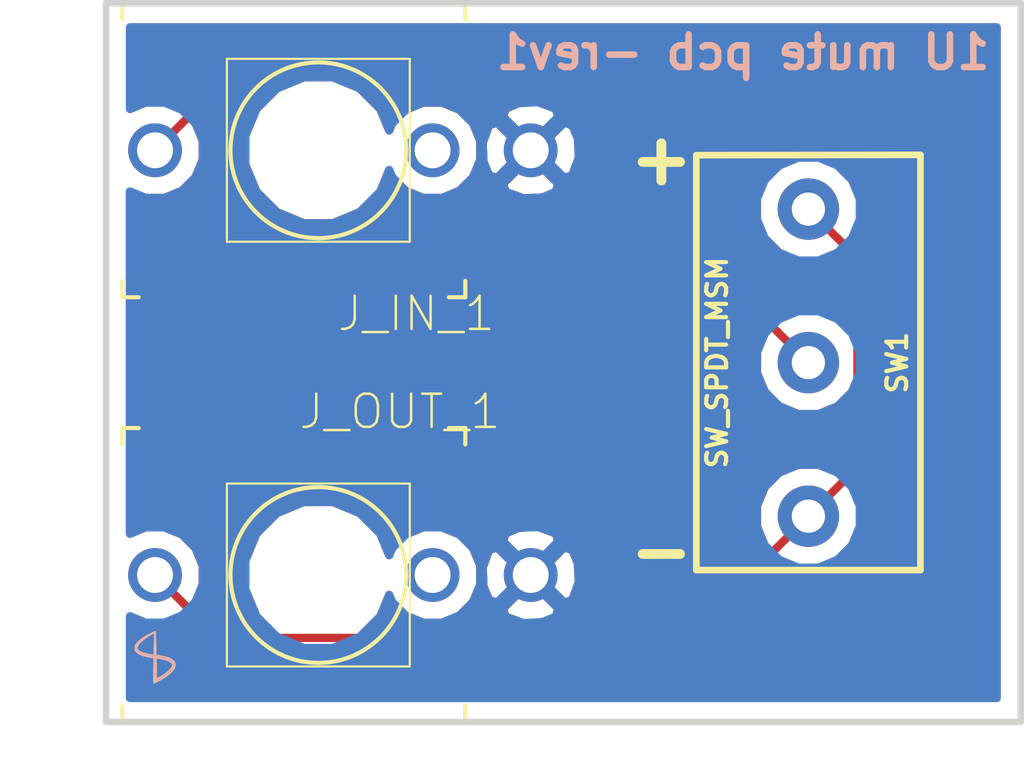
<source format=kicad_pcb>
(kicad_pcb (version 20171130) (host pcbnew "(5.0.0)")

  (general
    (thickness 1.6)
    (drawings 7)
    (tracks 11)
    (zones 0)
    (modules 4)
    (nets 4)
  )

  (page A4)
  (layers
    (0 F.Cu signal)
    (31 B.Cu signal)
    (32 B.Adhes user hide)
    (33 F.Adhes user hide)
    (34 B.Paste user hide)
    (35 F.Paste user hide)
    (36 B.SilkS user)
    (37 F.SilkS user)
    (38 B.Mask user)
    (39 F.Mask user)
    (40 Dwgs.User user)
    (41 Cmts.User user)
    (42 Eco1.User user)
    (43 Eco2.User user)
    (44 Edge.Cuts user)
    (45 Margin user)
    (46 B.CrtYd user)
    (47 F.CrtYd user)
    (48 B.Fab user)
    (49 F.Fab user)
  )

  (setup
    (last_trace_width 0.25)
    (trace_clearance 0.2)
    (zone_clearance 0.508)
    (zone_45_only no)
    (trace_min 0.2)
    (segment_width 0.2)
    (edge_width 0.15)
    (via_size 0.8)
    (via_drill 0.4)
    (via_min_size 0.4)
    (via_min_drill 0.3)
    (uvia_size 0.3)
    (uvia_drill 0.1)
    (uvias_allowed no)
    (uvia_min_size 0.2)
    (uvia_min_drill 0.1)
    (pcb_text_width 0.3)
    (pcb_text_size 1.5 1.5)
    (mod_edge_width 0.15)
    (mod_text_size 1 1)
    (mod_text_width 0.15)
    (pad_size 1.524 1.524)
    (pad_drill 0.762)
    (pad_to_mask_clearance 0.2)
    (aux_axis_origin 0 0)
    (visible_elements 7FFFFFFF)
    (pcbplotparams
      (layerselection 0x010fc_ffffffff)
      (usegerberextensions false)
      (usegerberattributes false)
      (usegerberadvancedattributes false)
      (creategerberjobfile false)
      (excludeedgelayer true)
      (linewidth 0.100000)
      (plotframeref false)
      (viasonmask false)
      (mode 1)
      (useauxorigin false)
      (hpglpennumber 1)
      (hpglpenspeed 20)
      (hpglpendiameter 15.000000)
      (psnegative false)
      (psa4output false)
      (plotreference true)
      (plotvalue true)
      (plotinvisibletext false)
      (padsonsilk false)
      (subtractmaskfromsilk false)
      (outputformat 1)
      (mirror false)
      (drillshape 0)
      (scaleselection 1)
      (outputdirectory "gerbers/"))
  )

  (net 0 "")
  (net 1 GND)
  (net 2 "Net-(J_IN_1-PadP$1_TIP)")
  (net 3 "Net-(J_OUT_1-PadP$1_TIP)")

  (net_class Default "Dit is de standaard class."
    (clearance 0.2)
    (trace_width 0.25)
    (via_dia 0.8)
    (via_drill 0.4)
    (uvia_dia 0.3)
    (uvia_drill 0.1)
    (add_net GND)
    (add_net "Net-(J_IN_1-PadP$1_TIP)")
    (add_net "Net-(J_OUT_1-PadP$1_TIP)")
  )

  (module Coriolis-KiCad:MusicThingModular-WQP-PJ301M-12_JACK (layer F.Cu) (tedit 5B782B76) (tstamp 5B847B4E)
    (at 6.5 17.5 90)
    (path /5AA051F8)
    (attr virtual)
    (fp_text reference J_OUT_1 (at 5 2.5 180) (layer F.SilkS)
      (effects (font (size 1.016 1.016) (thickness 0.0762)))
    )
    (fp_text value thonkiconn (at 0 0 90) (layer F.SilkS) hide
      (effects (font (size 1.27 1.27) (thickness 0.15)))
    )
    (fp_circle (center 0 0) (end 0 -2.68986) (layer F.SilkS) (width 0.127))
    (fp_circle (center 0 0) (end 0 -3.15976) (layer Dwgs.User) (width 0.127))
    (fp_line (start -4.49834 4.49834) (end -3.99796 4.49834) (layer F.SilkS) (width 0.127))
    (fp_line (start -4.49834 3.99796) (end -4.49834 4.49834) (layer F.SilkS) (width 0.127))
    (fp_line (start 4.49834 4.49834) (end 3.99796 4.49834) (layer F.SilkS) (width 0.127))
    (fp_line (start 4.49834 3.99796) (end 4.49834 4.49834) (layer F.SilkS) (width 0.127))
    (fp_line (start 4.49834 -5.99948) (end 4.49834 -5.4991) (layer F.SilkS) (width 0.127))
    (fp_line (start 3.99796 -5.99948) (end 4.49834 -5.99948) (layer F.SilkS) (width 0.127))
    (fp_line (start -4.49834 -5.99948) (end -3.99796 -5.99948) (layer F.SilkS) (width 0.127))
    (fp_line (start -4.49834 -5.4991) (end -4.49834 -5.99948) (layer F.SilkS) (width 0.127))
    (fp_line (start 0.19812 6.69798) (end 0.19812 4.49834) (layer Dwgs.User) (width 0.127))
    (fp_line (start -0.19812 6.69798) (end 0.19812 6.69798) (layer Dwgs.User) (width 0.127))
    (fp_line (start -0.19812 4.59994) (end -0.19812 6.69798) (layer Dwgs.User) (width 0.127))
    (fp_line (start 1.4986 -3.99796) (end 1.4986 -5.99948) (layer Dwgs.User) (width 0.127))
    (fp_line (start -1.4986 -3.99796) (end 1.4986 -3.99796) (layer Dwgs.User) (width 0.127))
    (fp_line (start -1.4986 -5.99948) (end -1.4986 -3.99796) (layer Dwgs.User) (width 0.127))
    (fp_line (start 4.49834 4.49834) (end 4.49834 -5.99948) (layer Dwgs.User) (width 0.127))
    (fp_line (start 0.19812 4.49834) (end 4.49834 4.49834) (layer Dwgs.User) (width 0.127))
    (fp_line (start -4.49834 4.49834) (end 0.19812 4.49834) (layer Dwgs.User) (width 0.127))
    (fp_line (start -4.49834 -5.99948) (end -4.49834 4.49834) (layer Dwgs.User) (width 0.127))
    (fp_line (start 1.4986 -5.99948) (end 4.49834 -5.99948) (layer Dwgs.User) (width 0.127))
    (fp_line (start -1.4986 -5.99948) (end 1.4986 -5.99948) (layer Dwgs.User) (width 0.127))
    (fp_line (start -4.49834 -5.99948) (end -1.4986 -5.99948) (layer Dwgs.User) (width 0.127))
    (fp_line (start -2.79908 2.79908) (end -2.79908 -2.79908) (layer F.SilkS) (width 0.06604))
    (fp_line (start -2.79908 -2.79908) (end 2.79908 -2.79908) (layer F.SilkS) (width 0.06604))
    (fp_line (start 2.79908 2.79908) (end 2.79908 -2.79908) (layer F.SilkS) (width 0.06604))
    (fp_line (start -2.79908 2.79908) (end 2.79908 2.79908) (layer F.SilkS) (width 0.06604))
    (pad "" np_thru_hole circle (at 0 0 90) (size 3.2 3.2) (drill 3.2) (layers *.Cu *.Mask))
    (pad P$3_SLEEVE thru_hole circle (at 0 6.49986 90) (size 1.64846 1.64846) (drill 1.09982) (layers *.Cu *.Paste *.Mask)
      (net 1 GND))
    (pad P$2_SWITCH thru_hole circle (at 0 3.49758 90) (size 1.64846 1.64846) (drill 1.09982) (layers *.Cu *.Paste *.Mask))
    (pad P$1_TIP thru_hole circle (at 0 -4.99872 90) (size 1.64846 1.64846) (drill 1.09982) (layers *.Cu *.Paste *.Mask)
      (net 3 "Net-(J_OUT_1-PadP$1_TIP)"))
  )

  (module Coriolis-KiCad:MusicThingModular-WQP-PJ301M-12_JACK (layer F.Cu) (tedit 5B782B74) (tstamp 5B847B2B)
    (at 6.5 4.5 90)
    (path /5AA051C1)
    (attr virtual)
    (fp_text reference J_IN_1 (at -5 3 180) (layer F.SilkS)
      (effects (font (size 1.016 1.016) (thickness 0.0762)))
    )
    (fp_text value thonkiconn (at 0 0 90) (layer F.SilkS) hide
      (effects (font (size 1.27 1.27) (thickness 0.15)))
    )
    (fp_line (start -2.79908 2.79908) (end 2.79908 2.79908) (layer F.SilkS) (width 0.06604))
    (fp_line (start 2.79908 2.79908) (end 2.79908 -2.79908) (layer F.SilkS) (width 0.06604))
    (fp_line (start -2.79908 -2.79908) (end 2.79908 -2.79908) (layer F.SilkS) (width 0.06604))
    (fp_line (start -2.79908 2.79908) (end -2.79908 -2.79908) (layer F.SilkS) (width 0.06604))
    (fp_line (start -4.49834 -5.99948) (end -1.4986 -5.99948) (layer Dwgs.User) (width 0.127))
    (fp_line (start -1.4986 -5.99948) (end 1.4986 -5.99948) (layer Dwgs.User) (width 0.127))
    (fp_line (start 1.4986 -5.99948) (end 4.49834 -5.99948) (layer Dwgs.User) (width 0.127))
    (fp_line (start -4.49834 -5.99948) (end -4.49834 4.49834) (layer Dwgs.User) (width 0.127))
    (fp_line (start -4.49834 4.49834) (end 0.19812 4.49834) (layer Dwgs.User) (width 0.127))
    (fp_line (start 0.19812 4.49834) (end 4.49834 4.49834) (layer Dwgs.User) (width 0.127))
    (fp_line (start 4.49834 4.49834) (end 4.49834 -5.99948) (layer Dwgs.User) (width 0.127))
    (fp_line (start -1.4986 -5.99948) (end -1.4986 -3.99796) (layer Dwgs.User) (width 0.127))
    (fp_line (start -1.4986 -3.99796) (end 1.4986 -3.99796) (layer Dwgs.User) (width 0.127))
    (fp_line (start 1.4986 -3.99796) (end 1.4986 -5.99948) (layer Dwgs.User) (width 0.127))
    (fp_line (start -0.19812 4.59994) (end -0.19812 6.69798) (layer Dwgs.User) (width 0.127))
    (fp_line (start -0.19812 6.69798) (end 0.19812 6.69798) (layer Dwgs.User) (width 0.127))
    (fp_line (start 0.19812 6.69798) (end 0.19812 4.49834) (layer Dwgs.User) (width 0.127))
    (fp_line (start -4.49834 -5.4991) (end -4.49834 -5.99948) (layer F.SilkS) (width 0.127))
    (fp_line (start -4.49834 -5.99948) (end -3.99796 -5.99948) (layer F.SilkS) (width 0.127))
    (fp_line (start 3.99796 -5.99948) (end 4.49834 -5.99948) (layer F.SilkS) (width 0.127))
    (fp_line (start 4.49834 -5.99948) (end 4.49834 -5.4991) (layer F.SilkS) (width 0.127))
    (fp_line (start 4.49834 3.99796) (end 4.49834 4.49834) (layer F.SilkS) (width 0.127))
    (fp_line (start 4.49834 4.49834) (end 3.99796 4.49834) (layer F.SilkS) (width 0.127))
    (fp_line (start -4.49834 3.99796) (end -4.49834 4.49834) (layer F.SilkS) (width 0.127))
    (fp_line (start -4.49834 4.49834) (end -3.99796 4.49834) (layer F.SilkS) (width 0.127))
    (fp_circle (center 0 0) (end 0 -3.15976) (layer Dwgs.User) (width 0.127))
    (fp_circle (center 0 0) (end 0 -2.68986) (layer F.SilkS) (width 0.127))
    (pad P$1_TIP thru_hole circle (at 0 -4.99872 90) (size 1.64846 1.64846) (drill 1.09982) (layers *.Cu *.Paste *.Mask)
      (net 2 "Net-(J_IN_1-PadP$1_TIP)"))
    (pad P$2_SWITCH thru_hole circle (at 0 3.49758 90) (size 1.64846 1.64846) (drill 1.09982) (layers *.Cu *.Paste *.Mask))
    (pad P$3_SLEEVE thru_hole circle (at 0 6.49986 90) (size 1.64846 1.64846) (drill 1.09982) (layers *.Cu *.Paste *.Mask)
      (net 1 GND))
    (pad "" np_thru_hole circle (at 0 0 90) (size 3.2 3.2) (drill 3.2) (layers *.Cu *.Mask))
  )

  (module "Coriolis-KiCad:Miniswitch(4.7mm)" (layer F.Cu) (tedit 5B783B0B) (tstamp 5B8B109D)
    (at 21.5 11 180)
    (descr "SPDT PTH SLIDE SWITCH")
    (tags "SPDT PTH SLIDE SWITCH")
    (path /5B781E8C)
    (attr virtual)
    (fp_text reference SW1 (at -2.7178 0 270) (layer F.SilkS)
      (effects (font (size 0.6096 0.6096) (thickness 0.127)))
    )
    (fp_text value SW_SPDT_MSM (at 2.794 0 270) (layer F.SilkS)
      (effects (font (size 0.6096 0.6096) (thickness 0.127)))
    )
    (fp_line (start 3.43 -6.35) (end -3.43 -6.35) (layer F.SilkS) (width 0.2032))
    (fp_line (start -3.43 -6.35) (end -3.43 6.35) (layer F.SilkS) (width 0.2032))
    (fp_line (start -3.43 6.36) (end 3.43 6.35) (layer F.SilkS) (width 0.2032))
    (fp_line (start 3.43 6.35) (end 3.43 -6.35) (layer F.SilkS) (width 0.2032))
    (pad 1 thru_hole circle (at 0 -4.7 180) (size 1.8796 1.8796) (drill 1.016) (layers *.Cu *.Mask)
      (net 3 "Net-(J_OUT_1-PadP$1_TIP)") (solder_mask_margin 0.1016))
    (pad 2 thru_hole circle (at 0 0 180) (size 1.8796 1.8796) (drill 1.016) (layers *.Cu *.Mask)
      (net 2 "Net-(J_IN_1-PadP$1_TIP)") (solder_mask_margin 0.1016))
    (pad 3 thru_hole circle (at 0 4.7 180) (size 1.8796 1.8796) (drill 1.016) (layers *.Cu *.Mask)
      (net 3 "Net-(J_OUT_1-PadP$1_TIP)") (solder_mask_margin 0.1016))
  )

  (module Coriolis-KiCad:art_CoriolisEmblem (layer B.Cu) (tedit 5A759BAA) (tstamp 5B85C876)
    (at 1.5 20)
    (fp_text reference REF** (at 0 -2.54) (layer B.SilkS) hide
      (effects (font (size 1 1) (thickness 0.15)) (justify mirror))
    )
    (fp_text value CoriolisLogo (at 0 2.54) (layer B.Fab)
      (effects (font (size 1 1) (thickness 0.15)) (justify mirror))
    )
    (fp_line (start 0.170343 0.050301) (end 0.160267 0.048513) (layer B.SilkS) (width 0.05))
    (fp_line (start 0.140073 0.045083) (end 0.129956 0.04344) (layer B.SilkS) (width 0.05))
    (fp_line (start 0.089441 0.037319) (end 0.079305 0.035897) (layer B.SilkS) (width 0.05))
    (fp_line (start 0.180425 0.052144) (end 0.170343 0.050301) (layer B.SilkS) (width 0.05))
    (fp_line (start 0.339598 0.090434) (end 0.329807 0.087441) (layer B.SilkS) (width 0.05))
    (fp_line (start 0.129956 0.04344) (end 0.119833 0.041842) (layer B.SilkS) (width 0.05))
    (fp_line (start 0.099583 0.038785) (end 0.089441 0.037319) (layer B.SilkS) (width 0.05))
    (fp_line (start 0.04886 0.031869) (end 0.038695 0.030602) (layer B.SilkS) (width 0.05))
    (fp_line (start 0.119833 0.041842) (end 0.109711 0.040292) (layer B.SilkS) (width 0.05))
    (fp_line (start 0.250605 0.066647) (end 0.240617 0.064388) (layer B.SilkS) (width 0.05))
    (fp_line (start 0.26057 0.068974) (end 0.250605 0.066647) (layer B.SilkS) (width 0.05))
    (fp_line (start 0.059014 0.033173) (end 0.04886 0.031869) (layer B.SilkS) (width 0.05))
    (fp_line (start 0.329807 0.087441) (end 0.319982 0.084544) (layer B.SilkS) (width 0.05))
    (fp_line (start -0.001969 0.025897) (end -0.002011 0.025892) (layer B.SilkS) (width 0.05))
    (fp_line (start 0.280458 0.073845) (end 0.270525 0.071373) (layer B.SilkS) (width 0.05))
    (fp_line (start -0.002011 0.025892) (end -0.002009 0.025895) (layer B.SilkS) (width 0.05))
    (fp_line (start 0.018377 0.02818) (end 0.008201 0.027021) (layer B.SilkS) (width 0.05))
    (fp_line (start 0.270525 0.071373) (end 0.26057 0.068974) (layer B.SilkS) (width 0.05))
    (fp_line (start 0.378434 0.103486) (end 0.368787 0.100051) (layer B.SilkS) (width 0.05))
    (fp_line (start 0.069158 0.034515) (end 0.059014 0.033173) (layer B.SilkS) (width 0.05))
    (fp_line (start 0.23061 0.062194) (end 0.220604 0.060067) (layer B.SilkS) (width 0.05))
    (fp_line (start 0.300258 0.079024) (end 0.290372 0.076395) (layer B.SilkS) (width 0.05))
    (fp_line (start 0.200541 0.055991) (end 0.190494 0.054041) (layer B.SilkS) (width 0.05))
    (fp_line (start 0.349365 0.093531) (end 0.339598 0.090434) (layer B.SilkS) (width 0.05))
    (fp_line (start 0.079305 0.035897) (end 0.069158 0.034515) (layer B.SilkS) (width 0.05))
    (fp_line (start 0.310125 0.081738) (end 0.300258 0.079024) (layer B.SilkS) (width 0.05))
    (fp_line (start 0.160267 0.048513) (end 0.150182 0.046775) (layer B.SilkS) (width 0.05))
    (fp_line (start 0.210584 0.058) (end 0.200541 0.055991) (layer B.SilkS) (width 0.05))
    (fp_line (start 0.028543 0.029374) (end 0.018377 0.02818) (layer B.SilkS) (width 0.05))
    (fp_line (start 0.150182 0.046775) (end 0.140073 0.045083) (layer B.SilkS) (width 0.05))
    (fp_line (start 0.359091 0.096733) (end 0.349365 0.093531) (layer B.SilkS) (width 0.05))
    (fp_line (start 0.290372 0.076395) (end 0.280458 0.073845) (layer B.SilkS) (width 0.05))
    (fp_line (start 0.109711 0.040292) (end 0.099583 0.038785) (layer B.SilkS) (width 0.05))
    (fp_line (start 0.190494 0.054041) (end 0.180425 0.052144) (layer B.SilkS) (width 0.05))
    (fp_line (start 0.319982 0.084544) (end 0.310125 0.081738) (layer B.SilkS) (width 0.05))
    (fp_line (start 0.368787 0.100051) (end 0.359091 0.096733) (layer B.SilkS) (width 0.05))
    (fp_line (start 0.038695 0.030602) (end 0.028543 0.029374) (layer B.SilkS) (width 0.05))
    (fp_line (start 0.240617 0.064388) (end 0.23061 0.062194) (layer B.SilkS) (width 0.05))
    (fp_line (start 0.008201 0.027021) (end -0.001969 0.025897) (layer B.SilkS) (width 0.05))
    (fp_line (start 0.220604 0.060067) (end 0.210584 0.058) (layer B.SilkS) (width 0.05))
    (fp_line (start 0.316559 0.531369) (end 0.324973 0.525363) (layer B.SilkS) (width 0.05))
    (fp_line (start 0.39065 0.475192) (end 0.398617 0.468621) (layer B.SilkS) (width 0.05))
    (fp_line (start 0.349963 0.507011) (end 0.358204 0.500777) (layer B.SilkS) (width 0.05))
    (fp_line (start 0.333342 0.519305) (end 0.341669 0.513191) (layer B.SilkS) (width 0.05))
    (fp_line (start 0.444923 0.427413) (end 0.452332 0.420211) (layer B.SilkS) (width 0.05))
    (fp_line (start 0.407063 0.114581) (end 0.397568 0.110739) (layer B.SilkS) (width 0.05))
    (fp_line (start 0.291119 0.549064) (end 0.299632 0.543217) (layer B.SilkS) (width 0.05))
    (fp_line (start 0.416491 0.118574) (end 0.407063 0.114581) (layer B.SilkS) (width 0.05))
    (fp_line (start 0.282561 0.55487) (end 0.291119 0.549064) (layer B.SilkS) (width 0.05))
    (fp_line (start 0.462348 0.141271) (end 0.453384 0.136315) (layer B.SilkS) (width 0.05))
    (fp_line (start 0.425845 0.12273) (end 0.416491 0.118574) (layer B.SilkS) (width 0.05))
    (fp_line (start 0.414364 0.455234) (end 0.422136 0.44841) (layer B.SilkS) (width 0.05))
    (fp_line (start 0.429815 0.441509) (end 0.43741 0.434515) (layer B.SilkS) (width 0.05))
    (fp_line (start 0.479824 0.151933) (end 0.471171 0.14647) (layer B.SilkS) (width 0.05))
    (fp_line (start 0.341669 0.513191) (end 0.349963 0.507011) (layer B.SilkS) (width 0.05))
    (fp_line (start 0.444305 0.131586) (end 0.435115 0.12706) (layer B.SilkS) (width 0.05))
    (fp_line (start 0.547793 0.27801) (end 0.549365 0.267935) (layer B.SilkS) (width 0.05))
    (fp_line (start 0.374528 0.488125) (end 0.382613 0.481697) (layer B.SilkS) (width 0.05))
    (fp_line (start 0.466822 0.405464) (end 0.473794 0.398031) (layer B.SilkS) (width 0.05))
    (fp_line (start 0.308111 0.53732) (end 0.316559 0.531369) (layer B.SilkS) (width 0.05))
    (fp_line (start 0.324973 0.525363) (end 0.333342 0.519305) (layer B.SilkS) (width 0.05))
    (fp_line (start 0.488283 0.157688) (end 0.479824 0.151933) (layer B.SilkS) (width 0.05))
    (fp_line (start 0.525909 0.192131) (end 0.519261 0.18435) (layer B.SilkS) (width 0.05))
    (fp_line (start 0.382613 0.481697) (end 0.39065 0.475192) (layer B.SilkS) (width 0.05))
    (fp_line (start 0.542202 0.297572) (end 0.545369 0.287895) (layer B.SilkS) (width 0.05))
    (fp_line (start 0.493997 0.375084) (end 0.500434 0.367189) (layer B.SilkS) (width 0.05))
    (fp_line (start 0.43741 0.434515) (end 0.444923 0.427413) (layer B.SilkS) (width 0.05))
    (fp_line (start 0.388029 0.107047) (end 0.378434 0.103486) (layer B.SilkS) (width 0.05))
    (fp_line (start 0.397568 0.110739) (end 0.388029 0.107047) (layer B.SilkS) (width 0.05))
    (fp_line (start 0.435115 0.12706) (end 0.425845 0.12273) (layer B.SilkS) (width 0.05))
    (fp_line (start 0.529253 0.325229) (end 0.534055 0.316241) (layer B.SilkS) (width 0.05))
    (fp_line (start 0.534055 0.316241) (end 0.5384 0.307021) (layer B.SilkS) (width 0.05))
    (fp_line (start 0.506691 0.359145) (end 0.512739 0.350941) (layer B.SilkS) (width 0.05))
    (fp_line (start 0.54801 0.237533) (end 0.545409 0.227695) (layer B.SilkS) (width 0.05))
    (fp_line (start 0.453384 0.136315) (end 0.444305 0.131586) (layer B.SilkS) (width 0.05))
    (fp_line (start 0.531913 0.200356) (end 0.525909 0.192131) (layer B.SilkS) (width 0.05))
    (fp_line (start 0.518539 0.342569) (end 0.524058 0.334006) (layer B.SilkS) (width 0.05))
    (fp_line (start 0.422136 0.44841) (end 0.429815 0.441509) (layer B.SilkS) (width 0.05))
    (fp_line (start 0.549535 0.247595) (end 0.54801 0.237533) (layer B.SilkS) (width 0.05))
    (fp_line (start 0.480659 0.390495) (end 0.487398 0.38285) (layer B.SilkS) (width 0.05))
    (fp_line (start 0.496511 0.163769) (end 0.488283 0.157688) (layer B.SilkS) (width 0.05))
    (fp_line (start 0.504461 0.17021) (end 0.496511 0.163769) (layer B.SilkS) (width 0.05))
    (fp_line (start 0.545409 0.227695) (end 0.541785 0.218164) (layer B.SilkS) (width 0.05))
    (fp_line (start 0.512739 0.350941) (end 0.518539 0.342569) (layer B.SilkS) (width 0.05))
    (fp_line (start 0.459633 0.412899) (end 0.466822 0.405464) (layer B.SilkS) (width 0.05))
    (fp_line (start 0.366393 0.494482) (end 0.374528 0.488125) (layer B.SilkS) (width 0.05))
    (fp_line (start 0.398617 0.468621) (end 0.406526 0.461967) (layer B.SilkS) (width 0.05))
    (fp_line (start 0.358204 0.500777) (end 0.366393 0.494482) (layer B.SilkS) (width 0.05))
    (fp_line (start 0.299632 0.543217) (end 0.308111 0.53732) (layer B.SilkS) (width 0.05))
    (fp_line (start 0.537249 0.209042) (end 0.531913 0.200356) (layer B.SilkS) (width 0.05))
    (fp_line (start 0.5384 0.307021) (end 0.542202 0.297572) (layer B.SilkS) (width 0.05))
    (fp_line (start 0.524058 0.334006) (end 0.529253 0.325229) (layer B.SilkS) (width 0.05))
    (fp_line (start 0.471171 0.14647) (end 0.462348 0.141271) (layer B.SilkS) (width 0.05))
    (fp_line (start 0.512077 0.177061) (end 0.504461 0.17021) (layer B.SilkS) (width 0.05))
    (fp_line (start 0.519261 0.18435) (end 0.512077 0.177061) (layer B.SilkS) (width 0.05))
    (fp_line (start 0.549972 0.257775) (end 0.549535 0.247595) (layer B.SilkS) (width 0.05))
    (fp_line (start 0.541785 0.218164) (end 0.537249 0.209042) (layer B.SilkS) (width 0.05))
    (fp_line (start 0.406526 0.461967) (end 0.414364 0.455234) (layer B.SilkS) (width 0.05))
    (fp_line (start 0.549365 0.267935) (end 0.549972 0.257775) (layer B.SilkS) (width 0.05))
    (fp_line (start 0.545369 0.287895) (end 0.547793 0.27801) (layer B.SilkS) (width 0.05))
    (fp_line (start 0.500434 0.367189) (end 0.506691 0.359145) (layer B.SilkS) (width 0.05))
    (fp_line (start 0.452332 0.420211) (end 0.459633 0.412899) (layer B.SilkS) (width 0.05))
    (fp_line (start 0.487398 0.38285) (end 0.493997 0.375084) (layer B.SilkS) (width 0.05))
    (fp_line (start 0.473794 0.398031) (end 0.480659 0.390495) (layer B.SilkS) (width 0.05))
    (fp_line (start -0.543467 -0.136941) (end -0.550798 -0.143938) (layer B.SilkS) (width 0.05))
    (fp_line (start -0.520037 -0.117576) (end -0.528069 -0.123763) (layer B.SilkS) (width 0.05))
    (fp_line (start -0.511808 -0.111653) (end -0.520037 -0.117576) (layer B.SilkS) (width 0.05))
    (fp_line (start -0.557864 -0.15121) (end -0.564644 -0.158753) (layer B.SilkS) (width 0.05))
    (fp_line (start -0.550798 -0.143938) (end -0.557864 -0.15121) (layer B.SilkS) (width 0.05))
    (fp_line (start -0.503405 -0.105989) (end -0.511808 -0.111653) (layer B.SilkS) (width 0.05))
    (fp_line (start -0.47727 -0.09045) (end -0.486119 -0.095396) (layer B.SilkS) (width 0.05))
    (fp_line (start -0.535892 -0.130223) (end -0.543467 -0.136941) (layer B.SilkS) (width 0.05))
    (fp_line (start -0.528069 -0.123763) (end -0.535892 -0.130223) (layer B.SilkS) (width 0.05))
    (fp_line (start -0.494834 -0.100572) (end -0.503405 -0.105989) (layer B.SilkS) (width 0.05))
    (fp_line (start -0.486119 -0.095396) (end -0.494834 -0.100572) (layer B.SilkS) (width 0.05))
    (fp_line (start -0.600212 -0.230802) (end -0.60195 -0.240819) (layer B.SilkS) (width 0.05))
    (fp_line (start -0.571116 -0.166552) (end -0.576996 -0.174842) (layer B.SilkS) (width 0.05))
    (fp_line (start -0.564644 -0.158753) (end -0.571116 -0.166552) (layer B.SilkS) (width 0.05))
    (fp_line (start -0.591284 -0.20171) (end -0.594872 -0.211213) (layer B.SilkS) (width 0.05))
    (fp_line (start -0.60195 -0.240819) (end -0.603057 -0.250912) (layer B.SilkS) (width 0.05))
    (fp_line (start -0.587099 -0.192457) (end -0.591284 -0.20171) (layer B.SilkS) (width 0.05))
    (fp_line (start -0.603057 -0.250912) (end -0.603533 -0.261056) (layer B.SilkS) (width 0.05))
    (fp_line (start -0.597851 -0.220925) (end -0.600212 -0.230802) (layer B.SilkS) (width 0.05))
    (fp_line (start -0.594872 -0.211213) (end -0.597851 -0.220925) (layer B.SilkS) (width 0.05))
    (fp_line (start -0.582327 -0.183482) (end -0.587099 -0.192457) (layer B.SilkS) (width 0.05))
    (fp_line (start -0.576996 -0.174842) (end -0.582327 -0.183482) (layer B.SilkS) (width 0.05))
    (fp_line (start -0.275603 -0.019085) (end -0.285579 -0.021589) (layer B.SilkS) (width 0.05))
    (fp_line (start -0.315373 -0.029573) (end -0.325256 -0.032397) (layer B.SilkS) (width 0.05))
    (fp_line (start -0.305462 -0.026831) (end -0.315373 -0.029573) (layer B.SilkS) (width 0.05))
    (fp_line (start -0.344945 -0.038299) (end -0.354736 -0.041376) (layer B.SilkS) (width 0.05))
    (fp_line (start -0.285579 -0.021589) (end -0.295527 -0.024169) (layer B.SilkS) (width 0.05))
    (fp_line (start -0.36451 -0.044545) (end -0.374252 -0.047804) (layer B.SilkS) (width 0.05))
    (fp_line (start -0.295527 -0.024169) (end -0.305462 -0.026831) (layer B.SilkS) (width 0.05))
    (fp_line (start -0.354736 -0.041376) (end -0.36451 -0.044545) (layer B.SilkS) (width 0.05))
    (fp_line (start -0.265618 -0.016659) (end -0.275603 -0.019085) (layer B.SilkS) (width 0.05))
    (fp_line (start -0.335118 -0.035306) (end -0.344945 -0.038299) (layer B.SilkS) (width 0.05))
    (fp_line (start -0.325256 -0.032397) (end -0.335118 -0.035306) (layer B.SilkS) (width 0.05))
    (fp_line (start 0.049467 0.692389) (end 0.058101 0.687871) (layer B.SilkS) (width 0.05))
    (fp_line (start 0.075318 0.678742) (end 0.083901 0.674131) (layer B.SilkS) (width 0.05))
    (fp_line (start 0.273981 0.560621) (end 0.282561 0.55487) (layer B.SilkS) (width 0.05))
    (fp_line (start 0.265359 0.566334) (end 0.273981 0.560621) (layer B.SilkS) (width 0.05))
    (fp_line (start 0.256712 0.571999) (end 0.265359 0.566334) (layer B.SilkS) (width 0.05))
    (fp_line (start 0.24804 0.577617) (end 0.256712 0.571999) (layer B.SilkS) (width 0.05))
    (fp_line (start 0.23934 0.583193) (end 0.24804 0.577617) (layer B.SilkS) (width 0.05))
    (fp_line (start 0.221846 0.594226) (end 0.230606 0.58873) (layer B.SilkS) (width 0.05))
    (fp_line (start 0.058101 0.687871) (end 0.066721 0.68332) (layer B.SilkS) (width 0.05))
    (fp_line (start 0.040811 0.696877) (end 0.049467 0.692389) (layer B.SilkS) (width 0.05))
    (fp_line (start 0.101018 0.664818) (end 0.109544 0.660121) (layer B.SilkS) (width 0.05))
    (fp_line (start 0.195446 0.610451) (end 0.20427 0.605082) (layer B.SilkS) (width 0.05))
    (fp_line (start 0.177715 0.621077) (end 0.186594 0.615782) (layer B.SilkS) (width 0.05))
    (fp_line (start 0.083901 0.674131) (end 0.092473 0.669487) (layer B.SilkS) (width 0.05))
    (fp_line (start 0.109544 0.660121) (end 0.118059 0.65539) (layer B.SilkS) (width 0.05))
    (fp_line (start 0.160402 0.631253) (end 0.16881 0.626335) (layer B.SilkS) (width 0.05))
    (fp_line (start 0.230606 0.58873) (end 0.23934 0.583193) (layer B.SilkS) (width 0.05))
    (fp_line (start 0.213066 0.599677) (end 0.221846 0.594226) (layer B.SilkS) (width 0.05))
    (fp_line (start 0.135042 0.645832) (end 0.143518 0.641002) (layer B.SilkS) (width 0.05))
    (fp_line (start 0.20427 0.605082) (end 0.213066 0.599677) (layer B.SilkS) (width 0.05))
    (fp_line (start 0.151965 0.636146) (end 0.160402 0.631253) (layer B.SilkS) (width 0.05))
    (fp_line (start 0.126554 0.650629) (end 0.135042 0.645832) (layer B.SilkS) (width 0.05))
    (fp_line (start 0.143518 0.641002) (end 0.151965 0.636146) (layer B.SilkS) (width 0.05))
    (fp_line (start 0.186594 0.615782) (end 0.195446 0.610451) (layer B.SilkS) (width 0.05))
    (fp_line (start 0.118059 0.65539) (end 0.126554 0.650629) (layer B.SilkS) (width 0.05))
    (fp_line (start 0.066721 0.68332) (end 0.075318 0.678742) (layer B.SilkS) (width 0.05))
    (fp_line (start 0.16881 0.626335) (end 0.177715 0.621077) (layer B.SilkS) (width 0.05))
    (fp_line (start 0.092473 0.669487) (end 0.101018 0.664818) (layer B.SilkS) (width 0.05))
    (fp_line (start 0.031175 0.666941) (end 0.031203 0.677333) (layer B.SilkS) (width 0.05))
    (fp_line (start 0.031144 0.65653) (end 0.031175 0.666941) (layer B.SilkS) (width 0.05))
    (fp_line (start 0.029719 0.438001) (end 0.029818 0.448406) (layer B.SilkS) (width 0.05))
    (fp_line (start 0.031292 0.739743) (end 0.031294 0.750138) (layer B.SilkS) (width 0.05))
    (fp_line (start 0.031264 0.70855) (end 0.031277 0.718945) (layer B.SilkS) (width 0.05))
    (fp_line (start 0.031247 0.698143) (end 0.031264 0.70855) (layer B.SilkS) (width 0.05))
    (fp_line (start 0.029511 0.417189) (end 0.029616 0.427587) (layer B.SilkS) (width 0.05))
    (fp_line (start 0.030099 0.47964) (end 0.030186 0.490045) (layer B.SilkS) (width 0.05))
    (fp_line (start 0.030709 0.562876) (end 0.030771 0.573279) (layer B.SilkS) (width 0.05))
    (fp_line (start 0.030351 0.510854) (end 0.030429 0.521266) (layer B.SilkS) (width 0.05))
    (fp_line (start 0.027878 0.281972) (end 0.028021 0.292379) (layer B.SilkS) (width 0.05))
    (fp_line (start 0.030575 0.542069) (end 0.030644 0.552478) (layer B.SilkS) (width 0.05))
    (fp_line (start 0.027585 0.261172) (end 0.027733 0.271576) (layer B.SilkS) (width 0.05))
    (fp_line (start 0.026967 0.219562) (end 0.027126 0.229971) (layer B.SilkS) (width 0.05))
    (fp_line (start 0.03111 0.646132) (end 0.031144 0.65653) (layer B.SilkS) (width 0.05))
    (fp_line (start 0.03027 0.50045) (end 0.030351 0.510854) (layer B.SilkS) (width 0.05))
    (fp_line (start 0.027733 0.271576) (end 0.027878 0.281972) (layer B.SilkS) (width 0.05))
    (fp_line (start -0.011522 0.723004) (end -0.004575 0.719711) (layer B.SilkS) (width 0.05))
    (fp_line (start 0.030186 0.490045) (end 0.03027 0.50045) (layer B.SilkS) (width 0.05))
    (fp_line (start 0.031071 0.635729) (end 0.03111 0.646132) (layer B.SilkS) (width 0.05))
    (fp_line (start 0.029818 0.448406) (end 0.029915 0.45882) (layer B.SilkS) (width 0.05))
    (fp_line (start 0.031287 0.729347) (end 0.031292 0.739743) (layer B.SilkS) (width 0.05))
    (fp_line (start 0.03103 0.625326) (end 0.031071 0.635729) (layer B.SilkS) (width 0.05))
    (fp_line (start 0.030829 0.583689) (end 0.030884 0.594098) (layer B.SilkS) (width 0.05))
    (fp_line (start 0.029177 0.385974) (end 0.029291 0.396374) (layer B.SilkS) (width 0.05))
    (fp_line (start 0.033136 0.700822) (end 0.040811 0.696877) (layer B.SilkS) (width 0.05))
    (fp_line (start 0.025453 0.704736) (end 0.033136 0.700822) (layer B.SilkS) (width 0.05))
    (fp_line (start 0.017751 0.708624) (end 0.025453 0.704736) (layer B.SilkS) (width 0.05))
    (fp_line (start 0.027282 0.240376) (end 0.027435 0.250769) (layer B.SilkS) (width 0.05))
    (fp_line (start 0.030884 0.594098) (end 0.030936 0.604506) (layer B.SilkS) (width 0.05))
    (fp_line (start 0.010045 0.712476) (end 0.017751 0.708624) (layer B.SilkS) (width 0.05))
    (fp_line (start 0.028431 0.323584) (end 0.028562 0.33398) (layer B.SilkS) (width 0.05))
    (fp_line (start 0.002316 0.716298) (end 0.010045 0.712476) (layer B.SilkS) (width 0.05))
    (fp_line (start 0.030008 0.469234) (end 0.030099 0.47964) (layer B.SilkS) (width 0.05))
    (fp_line (start -0.002959 0.728434) (end -0.011522 0.723004) (layer B.SilkS) (width 0.05))
    (fp_line (start 0.030985 0.614916) (end 0.03103 0.625326) (layer B.SilkS) (width 0.05))
    (fp_line (start 0.029291 0.396374) (end 0.029402 0.406785) (layer B.SilkS) (width 0.05))
    (fp_line (start 0.031227 0.687743) (end 0.031247 0.698143) (layer B.SilkS) (width 0.05))
    (fp_line (start 0.031203 0.677333) (end 0.031227 0.687743) (layer B.SilkS) (width 0.05))
    (fp_line (start 0.030429 0.521266) (end 0.030504 0.531676) (layer B.SilkS) (width 0.05))
    (fp_line (start 0.030644 0.552478) (end 0.030709 0.562876) (layer B.SilkS) (width 0.05))
    (fp_line (start 0.029059 0.375579) (end 0.029177 0.385974) (layer B.SilkS) (width 0.05))
    (fp_line (start 0.028297 0.313182) (end 0.028431 0.323584) (layer B.SilkS) (width 0.05))
    (fp_line (start 0.030504 0.531676) (end 0.030575 0.542069) (layer B.SilkS) (width 0.05))
    (fp_line (start 0.027435 0.250769) (end 0.027585 0.261172) (layer B.SilkS) (width 0.05))
    (fp_line (start 0.028817 0.354782) (end 0.02894 0.365185) (layer B.SilkS) (width 0.05))
    (fp_line (start -0.004575 0.719711) (end 0.002316 0.716298) (layer B.SilkS) (width 0.05))
    (fp_line (start 0.031277 0.718945) (end 0.031287 0.729347) (layer B.SilkS) (width 0.05))
    (fp_line (start 0.030936 0.604506) (end 0.030985 0.614916) (layer B.SilkS) (width 0.05))
    (fp_line (start 0.029616 0.427587) (end 0.029719 0.438001) (layer B.SilkS) (width 0.05))
    (fp_line (start 0.02894 0.365185) (end 0.029059 0.375579) (layer B.SilkS) (width 0.05))
    (fp_line (start 0.005611 0.733868) (end -0.002959 0.728434) (layer B.SilkS) (width 0.05))
    (fp_line (start 0.014166 0.739293) (end 0.005611 0.733868) (layer B.SilkS) (width 0.05))
    (fp_line (start 0.022733 0.744725) (end 0.014166 0.739293) (layer B.SilkS) (width 0.05))
    (fp_line (start 0.031294 0.750154) (end 0.022733 0.744725) (layer B.SilkS) (width 0.05))
    (fp_line (start 0.031294 0.750138) (end 0.031294 0.750154) (layer B.SilkS) (width 0.05))
    (fp_line (start 0.030771 0.573279) (end 0.030829 0.583689) (layer B.SilkS) (width 0.05))
    (fp_line (start 0.02816 0.302785) (end 0.028297 0.313182) (layer B.SilkS) (width 0.05))
    (fp_line (start 0.028021 0.292379) (end 0.02816 0.302785) (layer B.SilkS) (width 0.05))
    (fp_line (start 0.029915 0.45882) (end 0.030008 0.469234) (layer B.SilkS) (width 0.05))
    (fp_line (start 0.029402 0.406785) (end 0.029511 0.417189) (layer B.SilkS) (width 0.05))
    (fp_line (start 0.028691 0.344384) (end 0.028817 0.354782) (layer B.SilkS) (width 0.05))
    (fp_line (start 0.028562 0.33398) (end 0.028691 0.344384) (layer B.SilkS) (width 0.05))
    (fp_line (start 0.027126 0.229971) (end 0.027282 0.240376) (layer B.SilkS) (width 0.05))
    (fp_line (start -0.154786 0.005542) (end -0.164917 0.00383) (layer B.SilkS) (width 0.05))
    (fp_line (start -0.195261 -0.001648) (end -0.205352 -0.003594) (layer B.SilkS) (width 0.05))
    (fp_line (start -0.205352 -0.003594) (end -0.21544 -0.005604) (layer B.SilkS) (width 0.05))
    (fp_line (start -0.164917 0.00383) (end -0.175045 0.002061) (layer B.SilkS) (width 0.05))
    (fp_line (start -0.175045 0.002061) (end -0.185154 0.000237) (layer B.SilkS) (width 0.05))
    (fp_line (start -0.255621 -0.014308) (end -0.265618 -0.016659) (layer B.SilkS) (width 0.05))
    (fp_line (start -0.225515 -0.00768) (end -0.23557 -0.009821) (layer B.SilkS) (width 0.05))
    (fp_line (start -0.185154 0.000237) (end -0.195261 -0.001648) (layer B.SilkS) (width 0.05))
    (fp_line (start -0.245605 -0.01203) (end -0.255621 -0.014308) (layer B.SilkS) (width 0.05))
    (fp_line (start -0.21544 -0.005604) (end -0.225515 -0.00768) (layer B.SilkS) (width 0.05))
    (fp_line (start -0.23557 -0.009821) (end -0.245605 -0.01203) (layer B.SilkS) (width 0.05))
    (fp_line (start -0.60258 -0.281347) (end -0.601147 -0.291419) (layer B.SilkS) (width 0.05))
    (fp_line (start -0.596377 -0.311163) (end -0.592942 -0.320913) (layer B.SilkS) (width 0.05))
    (fp_line (start -0.575342 -0.358294) (end -0.570083 -0.367193) (layer B.SilkS) (width 0.05))
    (fp_line (start -0.58028 -0.34921) (end -0.575342 -0.358294) (layer B.SilkS) (width 0.05))
    (fp_line (start -0.584873 -0.339948) (end -0.58028 -0.34921) (layer B.SilkS) (width 0.05))
    (fp_line (start -0.5891 -0.330515) (end -0.584873 -0.339948) (layer B.SilkS) (width 0.05))
    (fp_line (start -0.603533 -0.261056) (end -0.603374 -0.271224) (layer B.SilkS) (width 0.05))
    (fp_line (start -0.601147 -0.291419) (end -0.599078 -0.301375) (layer B.SilkS) (width 0.05))
    (fp_line (start -0.592942 -0.320913) (end -0.5891 -0.330515) (layer B.SilkS) (width 0.05))
    (fp_line (start -0.599078 -0.301375) (end -0.596377 -0.311163) (layer B.SilkS) (width 0.05))
    (fp_line (start -0.603374 -0.271224) (end -0.60258 -0.281347) (layer B.SilkS) (width 0.05))
    (fp_line (start 0.025606 0.136358) (end 0.025786 0.146767) (layer B.SilkS) (width 0.05))
    (fp_line (start 0.02524 0.115549) (end 0.025425 0.125956) (layer B.SilkS) (width 0.05))
    (fp_line (start 0.025054 0.105143) (end 0.02524 0.115549) (layer B.SilkS) (width 0.05))
    (fp_line (start 0.023471 0.021912) (end 0.023677 0.032306) (layer B.SilkS) (width 0.05))
    (fp_line (start 0.023262 0.011501) (end 0.023471 0.021912) (layer B.SilkS) (width 0.05))
    (fp_line (start 0.022404 -0.030103) (end 0.022622 -0.019708) (layer B.SilkS) (width 0.05))
    (fp_line (start 0.02196 -0.050902) (end 0.022183 -0.040495) (layer B.SilkS) (width 0.05))
    (fp_line (start 0.022183 -0.040495) (end 0.022404 -0.030103) (layer B.SilkS) (width 0.05))
    (fp_line (start 0.022622 -0.019708) (end 0.022838 -0.009313) (layer B.SilkS) (width 0.05))
    (fp_line (start 0.023677 0.032306) (end 0.023881 0.042701) (layer B.SilkS) (width 0.05))
    (fp_line (start 0.024673 0.084335) (end 0.024865 0.094743) (layer B.SilkS) (width 0.05))
    (fp_line (start 0.021507 -0.071705) (end 0.021735 -0.061299) (layer B.SilkS) (width 0.05))
    (fp_line (start 0.024083 0.053112) (end 0.024282 0.063515) (layer B.SilkS) (width 0.05))
    (fp_line (start 0.025962 0.15716) (end 0.026136 0.167567) (layer B.SilkS) (width 0.05))
    (fp_line (start 0.024282 0.063515) (end 0.024479 0.073924) (layer B.SilkS) (width 0.05))
    (fp_line (start 0.023051 0.001098) (end 0.023262 0.011501) (layer B.SilkS) (width 0.05))
    (fp_line (start 0.021735 -0.061299) (end 0.02196 -0.050902) (layer B.SilkS) (width 0.05))
    (fp_line (start 0.025786 0.146767) (end 0.025962 0.15716) (layer B.SilkS) (width 0.05))
    (fp_line (start 0.023881 0.042701) (end 0.024083 0.053112) (layer B.SilkS) (width 0.05))
    (fp_line (start 0.026476 0.188358) (end 0.026643 0.198765) (layer B.SilkS) (width 0.05))
    (fp_line (start 0.022838 -0.009313) (end 0.023051 0.001098) (layer B.SilkS) (width 0.05))
    (fp_line (start 0.025425 0.125956) (end 0.025606 0.136358) (layer B.SilkS) (width 0.05))
    (fp_line (start 0.024479 0.073924) (end 0.024673 0.084335) (layer B.SilkS) (width 0.05))
    (fp_line (start 0.026806 0.209158) (end 0.026967 0.219562) (layer B.SilkS) (width 0.05))
    (fp_line (start 0.024865 0.094743) (end 0.025054 0.105143) (layer B.SilkS) (width 0.05))
    (fp_line (start 0.026136 0.167567) (end 0.026308 0.177962) (layer B.SilkS) (width 0.05))
    (fp_line (start 0.026643 0.198765) (end 0.026806 0.209158) (layer B.SilkS) (width 0.05))
    (fp_line (start 0.026308 0.177962) (end 0.026476 0.188358) (layer B.SilkS) (width 0.05))
    (fp_line (start 0.008229 -0.56049) (end 0.008565 -0.550091) (layer B.SilkS) (width 0.05))
    (fp_line (start 0.004722 -0.664455) (end 0.005086 -0.654048) (layer B.SilkS) (width 0.05))
    (fp_line (start 0.005086 -0.654048) (end 0.005447 -0.643645) (layer B.SilkS) (width 0.05))
    (fp_line (start 0.007549 -0.581287) (end 0.00789 -0.570885) (layer B.SilkS) (width 0.05))
    (fp_line (start 0.003986 -0.685245) (end 0.004356 -0.674846) (layer B.SilkS) (width 0.05))
    (fp_line (start 0.003235 -0.706049) (end 0.003612 -0.695644) (layer B.SilkS) (width 0.05))
    (fp_line (start 0.006159 -0.622854) (end 0.00651 -0.612463) (layer B.SilkS) (width 0.05))
    (fp_line (start 0.017551 -0.23816) (end 0.017815 -0.227765) (layer B.SilkS) (width 0.05))
    (fp_line (start 0.011479 -0.456528) (end 0.011791 -0.446139) (layer B.SilkS) (width 0.05))
    (fp_line (start 0.009229 -0.529306) (end 0.009558 -0.518917) (layer B.SilkS) (width 0.05))
    (fp_line (start 0.008565 -0.550091) (end 0.008898 -0.539701) (layer B.SilkS) (width 0.05))
    (fp_line (start 0.008898 -0.539701) (end 0.009229 -0.529306) (layer B.SilkS) (width 0.05))
    (fp_line (start 0.00651 -0.612463) (end 0.006859 -0.602071) (layer B.SilkS) (width 0.05))
    (fp_line (start 0.003612 -0.695644) (end 0.003986 -0.685245) (layer B.SilkS) (width 0.05))
    (fp_line (start 0.012713 -0.414946) (end 0.013015 -0.404547) (layer B.SilkS) (width 0.05))
    (fp_line (start 0.010529 -0.487714) (end 0.010848 -0.477315) (layer B.SilkS) (width 0.05))
    (fp_line (start 0.0121 -0.435733) (end 0.012408 -0.425343) (layer B.SilkS) (width 0.05))
    (fp_line (start 0.011791 -0.446139) (end 0.0121 -0.435733) (layer B.SilkS) (width 0.05))
    (fp_line (start 0.009884 -0.508516) (end 0.010208 -0.498113) (layer B.SilkS) (width 0.05))
    (fp_line (start 0.004356 -0.674846) (end 0.004722 -0.664455) (layer B.SilkS) (width 0.05))
    (fp_line (start 0.011165 -0.466922) (end 0.011479 -0.456528) (layer B.SilkS) (width 0.05))
    (fp_line (start 0.021277 -0.082116) (end 0.021507 -0.071705) (layer B.SilkS) (width 0.05))
    (fp_line (start 0.021045 -0.092517) (end 0.021277 -0.082116) (layer B.SilkS) (width 0.05))
    (fp_line (start 0.007205 -0.591681) (end 0.007549 -0.581287) (layer B.SilkS) (width 0.05))
    (fp_line (start 0.02081 -0.102929) (end 0.021045 -0.092517) (layer B.SilkS) (width 0.05))
    (fp_line (start 0.018337 -0.206963) (end 0.018595 -0.196562) (layer B.SilkS) (width 0.05))
    (fp_line (start 0.014203 -0.362954) (end 0.014495 -0.352556) (layer B.SilkS) (width 0.05))
    (fp_line (start 0.020573 -0.113336) (end 0.02081 -0.102929) (layer B.SilkS) (width 0.05))
    (fp_line (start 0.020334 -0.123735) (end 0.020573 -0.113336) (layer B.SilkS) (width 0.05))
    (fp_line (start 0.020092 -0.134146) (end 0.020334 -0.123735) (layer B.SilkS) (width 0.05))
    (fp_line (start 0.013614 -0.383749) (end 0.01391 -0.373344) (layer B.SilkS) (width 0.05))
    (fp_line (start 0.019848 -0.144543) (end 0.020092 -0.134146) (layer B.SilkS) (width 0.05))
    (fp_line (start 0.019602 -0.154946) (end 0.019848 -0.144543) (layer B.SilkS) (width 0.05))
    (fp_line (start 0.019354 -0.165353) (end 0.019602 -0.154946) (layer B.SilkS) (width 0.05))
    (fp_line (start 0.019103 -0.17576) (end 0.019354 -0.165353) (layer B.SilkS) (width 0.05))
    (fp_line (start 0.014495 -0.352556) (end 0.014784 -0.342153) (layer B.SilkS) (width 0.05))
    (fp_line (start 0.018077 -0.217365) (end 0.018337 -0.206963) (layer B.SilkS) (width 0.05))
    (fp_line (start 0.016196 -0.29015) (end 0.016471 -0.279751) (layer B.SilkS) (width 0.05))
    (fp_line (start 0.005804 -0.633252) (end 0.006159 -0.622854) (layer B.SilkS) (width 0.05))
    (fp_line (start 0.016745 -0.269357) (end 0.017016 -0.258959) (layer B.SilkS) (width 0.05))
    (fp_line (start 0.005447 -0.643645) (end 0.005804 -0.633252) (layer B.SilkS) (width 0.05))
    (fp_line (start 0.002854 -0.716445) (end 0.003235 -0.706049) (layer B.SilkS) (width 0.05))
    (fp_line (start 0.002469 -0.726839) (end 0.002854 -0.716445) (layer B.SilkS) (width 0.05))
    (fp_line (start 0.015356 -0.321347) (end 0.015638 -0.310951) (layer B.SilkS) (width 0.05))
    (fp_line (start 0.009558 -0.518917) (end 0.009884 -0.508516) (layer B.SilkS) (width 0.05))
    (fp_line (start 0.002079 -0.737235) (end 0.002469 -0.726839) (layer B.SilkS) (width 0.05))
    (fp_line (start 0.010208 -0.498113) (end 0.010529 -0.487714) (layer B.SilkS) (width 0.05))
    (fp_line (start 0.01885 -0.186164) (end 0.019103 -0.17576) (layer B.SilkS) (width 0.05))
    (fp_line (start 0.017284 -0.248558) (end 0.017551 -0.23816) (layer B.SilkS) (width 0.05))
    (fp_line (start 0.015071 -0.331749) (end 0.015356 -0.321347) (layer B.SilkS) (width 0.05))
    (fp_line (start 0.006859 -0.602071) (end 0.007205 -0.591681) (layer B.SilkS) (width 0.05))
    (fp_line (start 0.015918 -0.300551) (end 0.016196 -0.29015) (layer B.SilkS) (width 0.05))
    (fp_line (start 0.015638 -0.310951) (end 0.015918 -0.300551) (layer B.SilkS) (width 0.05))
    (fp_line (start 0.010848 -0.477315) (end 0.011165 -0.466922) (layer B.SilkS) (width 0.05))
    (fp_line (start 0.018595 -0.196562) (end 0.01885 -0.186164) (layer B.SilkS) (width 0.05))
    (fp_line (start 0.00789 -0.570885) (end 0.008229 -0.56049) (layer B.SilkS) (width 0.05))
    (fp_line (start 0.014784 -0.342153) (end 0.015071 -0.331749) (layer B.SilkS) (width 0.05))
    (fp_line (start 0.013015 -0.404547) (end 0.013316 -0.394151) (layer B.SilkS) (width 0.05))
    (fp_line (start 0.017815 -0.227765) (end 0.018077 -0.217365) (layer B.SilkS) (width 0.05))
    (fp_line (start 0.017016 -0.258959) (end 0.017284 -0.248558) (layer B.SilkS) (width 0.05))
    (fp_line (start 0.016471 -0.279751) (end 0.016745 -0.269357) (layer B.SilkS) (width 0.05))
    (fp_line (start 0.01391 -0.373344) (end 0.014203 -0.362954) (layer B.SilkS) (width 0.05))
    (fp_line (start 0.013316 -0.394151) (end 0.013614 -0.383749) (layer B.SilkS) (width 0.05))
    (fp_line (start 0.012408 -0.425343) (end 0.012713 -0.414946) (layer B.SilkS) (width 0.05))
    (fp_line (start -0.025029 0.261228) (end -0.024878 0.250831) (layer B.SilkS) (width 0.05))
    (fp_line (start -0.026845 0.406861) (end -0.026734 0.39646) (layer B.SilkS) (width 0.05))
    (fp_line (start -0.026134 0.344456) (end -0.026006 0.334052) (layer B.SilkS) (width 0.05))
    (fp_line (start -0.025176 0.271635) (end -0.025029 0.261228) (layer B.SilkS) (width 0.05))
    (fp_line (start -0.025322 0.282038) (end -0.025176 0.271635) (layer B.SilkS) (width 0.05))
    (fp_line (start -0.026954 0.417263) (end -0.026845 0.406861) (layer B.SilkS) (width 0.05))
    (fp_line (start -0.026006 0.334052) (end -0.025875 0.323646) (layer B.SilkS) (width 0.05))
    (fp_line (start -0.027059 0.427666) (end -0.026954 0.417263) (layer B.SilkS) (width 0.05))
    (fp_line (start -0.027162 0.438066) (end -0.027059 0.427666) (layer B.SilkS) (width 0.05))
    (fp_line (start -0.02662 0.386062) (end -0.026503 0.375653) (layer B.SilkS) (width 0.05))
    (fp_line (start -0.027358 0.458873) (end -0.027261 0.448479) (layer B.SilkS) (width 0.05))
    (fp_line (start -0.025603 0.302836) (end -0.025464 0.292434) (layer B.SilkS) (width 0.05))
    (fp_line (start -0.02392 0.188413) (end -0.023751 0.178015) (layer B.SilkS) (width 0.05))
    (fp_line (start -0.024086 0.19881) (end -0.02392 0.188413) (layer B.SilkS) (width 0.05))
    (fp_line (start -0.02626 0.354856) (end -0.026134 0.344456) (layer B.SilkS) (width 0.05))
    (fp_line (start -0.02574 0.31324) (end -0.025603 0.302836) (layer B.SilkS) (width 0.05))
    (fp_line (start -0.024411 0.219617) (end -0.024249 0.209204) (layer B.SilkS) (width 0.05))
    (fp_line (start -0.024249 0.209204) (end -0.024086 0.19881) (layer B.SilkS) (width 0.05))
    (fp_line (start -0.027261 0.448479) (end -0.027162 0.438066) (layer B.SilkS) (width 0.05))
    (fp_line (start -0.026383 0.365251) (end -0.02626 0.354856) (layer B.SilkS) (width 0.05))
    (fp_line (start -0.027451 0.469276) (end -0.027358 0.458873) (layer B.SilkS) (width 0.05))
    (fp_line (start -0.025464 0.292434) (end -0.025322 0.282038) (layer B.SilkS) (width 0.05))
    (fp_line (start -0.024725 0.24042) (end -0.024569 0.230023) (layer B.SilkS) (width 0.05))
    (fp_line (start -0.025875 0.323646) (end -0.02574 0.31324) (layer B.SilkS) (width 0.05))
    (fp_line (start -0.026503 0.375653) (end -0.026383 0.365251) (layer B.SilkS) (width 0.05))
    (fp_line (start -0.024569 0.230023) (end -0.024411 0.219617) (layer B.SilkS) (width 0.05))
    (fp_line (start -0.026734 0.39646) (end -0.02662 0.386062) (layer B.SilkS) (width 0.05))
    (fp_line (start -0.024878 0.250831) (end -0.024725 0.24042) (layer B.SilkS) (width 0.05))
    (fp_line (start 0.077195 0.745637) (end 0.068346 0.750225) (layer B.SilkS) (width 0.05))
    (fp_line (start -0.028729 0.72932) (end -0.02872 0.718924) (layer B.SilkS) (width 0.05))
    (fp_line (start 0.05257 0.758297) (end 0.044663 0.762289) (layer B.SilkS) (width 0.05))
    (fp_line (start 0.208036 0.672896) (end 0.199223 0.678096) (layer B.SilkS) (width 0.05))
    (fp_line (start -0.028737 0.769083) (end -0.028737 0.759607) (layer B.SilkS) (width 0.05))
    (fp_line (start 0.190622 0.683127) (end 0.181996 0.688129) (layer B.SilkS) (width 0.05))
    (fp_line (start 0.243074 0.651753) (end 0.234345 0.657094) (layer B.SilkS) (width 0.05))
    (fp_line (start -0.028735 0.739731) (end -0.028729 0.72932) (layer B.SilkS) (width 0.05))
    (fp_line (start -0.028737 0.750138) (end -0.028735 0.739731) (layer B.SilkS) (width 0.05))
    (fp_line (start 0.103621 0.731687) (end 0.094832 0.736367) (layer B.SilkS) (width 0.05))
    (fp_line (start 0.181996 0.688129) (end 0.173358 0.693096) (layer B.SilkS) (width 0.05))
    (fp_line (start 0.173358 0.693096) (end 0.164709 0.698026) (layer B.SilkS) (width 0.05))
    (fp_line (start 0.164709 0.698026) (end 0.156036 0.702927) (layer B.SilkS) (width 0.05))
    (fp_line (start 0.234345 0.657094) (end 0.225602 0.662393) (layer B.SilkS) (width 0.05))
    (fp_line (start -0.02872 0.718924) (end -0.028707 0.708527) (layer B.SilkS) (width 0.05))
    (fp_line (start 0.129913 0.717443) (end 0.121165 0.722223) (layer B.SilkS) (width 0.05))
    (fp_line (start 0.068346 0.750225) (end 0.060462 0.754277) (layer B.SilkS) (width 0.05))
    (fp_line (start 0.086029 0.741015) (end 0.077195 0.745637) (layer B.SilkS) (width 0.05))
    (fp_line (start 0.094832 0.736367) (end 0.086029 0.741015) (layer B.SilkS) (width 0.05))
    (fp_line (start 0.147342 0.707799) (end 0.13864 0.712635) (layer B.SilkS) (width 0.05))
    (fp_line (start 0.112404 0.726969) (end 0.103621 0.731687) (layer B.SilkS) (width 0.05))
    (fp_line (start -0.027541 0.479687) (end -0.027451 0.469276) (layer B.SilkS) (width 0.05))
    (fp_line (start -0.028707 0.708527) (end -0.02869 0.698129) (layer B.SilkS) (width 0.05))
    (fp_line (start 0.216836 0.667657) (end 0.208036 0.672896) (layer B.SilkS) (width 0.05))
    (fp_line (start -0.027794 0.510881) (end -0.027713 0.500483) (layer B.SilkS) (width 0.05))
    (fp_line (start -0.028151 0.562893) (end -0.028086 0.552492) (layer B.SilkS) (width 0.05))
    (fp_line (start 0.028797 0.770176) (end 0.02146 0.773804) (layer B.SilkS) (width 0.05))
    (fp_line (start -0.027629 0.49009) (end -0.027541 0.479687) (layer B.SilkS) (width 0.05))
    (fp_line (start -0.027713 0.500483) (end -0.027629 0.49009) (layer B.SilkS) (width 0.05))
    (fp_line (start -0.027872 0.521282) (end -0.027794 0.510881) (layer B.SilkS) (width 0.05))
    (fp_line (start 0.044663 0.762289) (end 0.036736 0.766251) (layer B.SilkS) (width 0.05))
    (fp_line (start -0.027946 0.531685) (end -0.027872 0.521282) (layer B.SilkS) (width 0.05))
    (fp_line (start -0.028018 0.542088) (end -0.027946 0.531685) (layer B.SilkS) (width 0.05))
    (fp_line (start -0.028086 0.552492) (end -0.028018 0.542088) (layer B.SilkS) (width 0.05))
    (fp_line (start -0.028213 0.573292) (end -0.028151 0.562893) (layer B.SilkS) (width 0.05))
    (fp_line (start 0.02146 0.773804) (end 0.014083 0.777303) (layer B.SilkS) (width 0.05))
    (fp_line (start -0.028272 0.583688) (end -0.028213 0.573292) (layer B.SilkS) (width 0.05))
    (fp_line (start -0.028327 0.594094) (end -0.028272 0.583688) (layer B.SilkS) (width 0.05))
    (fp_line (start -0.028737 0.797482) (end -0.028737 0.788015) (layer B.SilkS) (width 0.05))
    (fp_line (start -0.028379 0.604495) (end -0.028327 0.594094) (layer B.SilkS) (width 0.05))
    (fp_line (start -0.028587 0.656516) (end -0.028552 0.646113) (layer B.SilkS) (width 0.05))
    (fp_line (start -0.02869 0.698129) (end -0.02867 0.687731) (layer B.SilkS) (width 0.05))
    (fp_line (start -0.028737 0.778543) (end -0.028737 0.769083) (layer B.SilkS) (width 0.05))
    (fp_line (start -0.003051 0.785379) (end -0.011604 0.78941) (layer B.SilkS) (width 0.05))
    (fp_line (start 0.156036 0.702927) (end 0.147342 0.707799) (layer B.SilkS) (width 0.05))
    (fp_line (start -0.028427 0.614904) (end -0.028379 0.604495) (layer B.SilkS) (width 0.05))
    (fp_line (start 0.13864 0.712635) (end 0.129913 0.717443) (layer B.SilkS) (width 0.05))
    (fp_line (start -0.028472 0.625306) (end -0.028427 0.614904) (layer B.SilkS) (width 0.05))
    (fp_line (start -0.028737 0.759607) (end -0.028737 0.750138) (layer B.SilkS) (width 0.05))
    (fp_line (start 0.005511 0.781344) (end -0.003051 0.785379) (layer B.SilkS) (width 0.05))
    (fp_line (start 0.225602 0.662393) (end 0.216836 0.667657) (layer B.SilkS) (width 0.05))
    (fp_line (start -0.02017 0.793446) (end -0.028737 0.797482) (layer B.SilkS) (width 0.05))
    (fp_line (start -0.011604 0.78941) (end -0.02017 0.793446) (layer B.SilkS) (width 0.05))
    (fp_line (start 0.121165 0.722223) (end 0.112404 0.726969) (layer B.SilkS) (width 0.05))
    (fp_line (start -0.028618 0.666924) (end -0.028587 0.656516) (layer B.SilkS) (width 0.05))
    (fp_line (start 0.199223 0.678096) (end 0.190622 0.683127) (layer B.SilkS) (width 0.05))
    (fp_line (start 0.014083 0.777303) (end 0.005511 0.781344) (layer B.SilkS) (width 0.05))
    (fp_line (start 0.060462 0.754277) (end 0.05257 0.758297) (layer B.SilkS) (width 0.05))
    (fp_line (start -0.028514 0.635714) (end -0.028472 0.625306) (layer B.SilkS) (width 0.05))
    (fp_line (start -0.028552 0.646113) (end -0.028514 0.635714) (layer B.SilkS) (width 0.05))
    (fp_line (start -0.028646 0.677334) (end -0.028618 0.666924) (layer B.SilkS) (width 0.05))
    (fp_line (start -0.02867 0.687731) (end -0.028646 0.677334) (layer B.SilkS) (width 0.05))
    (fp_line (start -0.028737 0.788015) (end -0.028737 0.778543) (layer B.SilkS) (width 0.05))
    (fp_line (start 0.036736 0.766251) (end 0.028797 0.770176) (layer B.SilkS) (width 0.05))
    (fp_line (start -0.006672 -0.529272) (end -0.006341 -0.539671) (layer B.SilkS) (width 0.05))
    (fp_line (start -0.005671 -0.560466) (end -0.005333 -0.570862) (layer B.SilkS) (width 0.05))
    (fp_line (start 0.001684 -0.74763) (end 0.002079 -0.737235) (layer B.SilkS) (width 0.05))
    (fp_line (start 0.001279 -0.758034) (end 0.001684 -0.74763) (layer B.SilkS) (width 0.05))
    (fp_line (start -0.007651 -0.498075) (end -0.007327 -0.508479) (layer B.SilkS) (width 0.05))
    (fp_line (start 0.000479 -0.737221) (end 0.000875 -0.747627) (layer B.SilkS) (width 0.05))
    (fp_line (start -0.006341 -0.539671) (end -0.006008 -0.550067) (layer B.SilkS) (width 0.05))
    (fp_line (start -0.007001 -0.518876) (end -0.006672 -0.529272) (layer B.SilkS) (width 0.05))
    (fp_line (start -0.007327 -0.508479) (end -0.007001 -0.518876) (layer B.SilkS) (width 0.05))
    (fp_line (start -0.007973 -0.487664) (end -0.007651 -0.498075) (layer B.SilkS) (width 0.05))
    (fp_line (start -0.004648 -0.591647) (end -0.004302 -0.602045) (layer B.SilkS) (width 0.05))
    (fp_line (start -0.000677 -0.706039) (end -0.000296 -0.716433) (layer B.SilkS) (width 0.05))
    (fp_line (start -0.001428 -0.685234) (end -0.001054 -0.695639) (layer B.SilkS) (width 0.05))
    (fp_line (start -0.005333 -0.570862) (end -0.004992 -0.581255) (layer B.SilkS) (width 0.05))
    (fp_line (start -0.004302 -0.602045) (end -0.003953 -0.612444) (layer B.SilkS) (width 0.05))
    (fp_line (start -0.002165 -0.664432) (end -0.001798 -0.674837) (layer B.SilkS) (width 0.05))
    (fp_line (start 0.000875 -0.747627) (end 0.001279 -0.758034) (layer B.SilkS) (width 0.05))
    (fp_line (start 0.000089 -0.726825) (end 0.000479 -0.737221) (layer B.SilkS) (width 0.05))
    (fp_line (start -0.003246 -0.633243) (end -0.002889 -0.643636) (layer B.SilkS) (width 0.05))
    (fp_line (start -0.000296 -0.716433) (end 0.000089 -0.726825) (layer B.SilkS) (width 0.05))
    (fp_line (start -0.002528 -0.654031) (end -0.002165 -0.664432) (layer B.SilkS) (width 0.05))
    (fp_line (start -0.003601 -0.622841) (end -0.003246 -0.633243) (layer B.SilkS) (width 0.05))
    (fp_line (start -0.002889 -0.643636) (end -0.002528 -0.654031) (layer B.SilkS) (width 0.05))
    (fp_line (start -0.001054 -0.695639) (end -0.000677 -0.706039) (layer B.SilkS) (width 0.05))
    (fp_line (start -0.003953 -0.612444) (end -0.003601 -0.622841) (layer B.SilkS) (width 0.05))
    (fp_line (start -0.006008 -0.550067) (end -0.005671 -0.560466) (layer B.SilkS) (width 0.05))
    (fp_line (start -0.001798 -0.674837) (end -0.001428 -0.685234) (layer B.SilkS) (width 0.05))
    (fp_line (start -0.004992 -0.581255) (end -0.004648 -0.591647) (layer B.SilkS) (width 0.05))
    (fp_line (start -0.023751 0.178015) (end -0.023579 0.167618) (layer B.SilkS) (width 0.05))
    (fp_line (start -0.01364 -0.290057) (end -0.013363 -0.300456) (layer B.SilkS) (width 0.05))
    (fp_line (start -0.018951 -0.07165) (end -0.018721 -0.082052) (layer B.SilkS) (width 0.05))
    (fp_line (start -0.011354 -0.373261) (end -0.011058 -0.383662) (layer B.SilkS) (width 0.05))
    (fp_line (start -0.01076 -0.394068) (end -0.01046 -0.404462) (layer B.SilkS) (width 0.05))
    (fp_line (start -0.012515 -0.331672) (end -0.012228 -0.342072) (layer B.SilkS) (width 0.05))
    (fp_line (start -0.019404 -0.050853) (end -0.019178 -0.061256) (layer B.SilkS) (width 0.05))
    (fp_line (start -0.018017 -0.11325) (end -0.017778 -0.12365) (layer B.SilkS) (width 0.05))
    (fp_line (start -0.016039 -0.196466) (end -0.015782 -0.206864) (layer B.SilkS) (width 0.05))
    (fp_line (start -0.017293 -0.144447) (end -0.017047 -0.15485) (layer B.SilkS) (width 0.05))
    (fp_line (start -0.022116 0.084394) (end -0.021922 0.073991) (layer B.SilkS) (width 0.05))
    (fp_line (start -0.012228 -0.342072) (end -0.011939 -0.352463) (layer B.SilkS) (width 0.05))
    (fp_line (start -0.013916 -0.279652) (end -0.01364 -0.290057) (layer B.SilkS) (width 0.05))
    (fp_line (start -0.016548 -0.175655) (end -0.016294 -0.186061) (layer B.SilkS) (width 0.05))
    (fp_line (start -0.022497 0.105199) (end -0.022308 0.094786) (layer B.SilkS) (width 0.05))
    (fp_line (start -0.017537 -0.134051) (end -0.017293 -0.144447) (layer B.SilkS) (width 0.05))
    (fp_line (start -0.023229 0.146815) (end -0.02305 0.136413) (layer B.SilkS) (width 0.05))
    (fp_line (start -0.017778 -0.12365) (end -0.017537 -0.134051) (layer B.SilkS) (width 0.05))
    (fp_line (start -0.02305 0.136413) (end -0.022868 0.12601) (layer B.SilkS) (width 0.05))
    (fp_line (start -0.014189 -0.269251) (end -0.013916 -0.279652) (layer B.SilkS) (width 0.05))
    (fp_line (start -0.018721 -0.082052) (end -0.018489 -0.092455) (layer B.SilkS) (width 0.05))
    (fp_line (start -0.011648 -0.362857) (end -0.011354 -0.373261) (layer B.SilkS) (width 0.05))
    (fp_line (start -0.014461 -0.258848) (end -0.014189 -0.269251) (layer B.SilkS) (width 0.05))
    (fp_line (start -0.015522 -0.217265) (end -0.01526 -0.22766) (layer B.SilkS) (width 0.05))
    (fp_line (start -0.020066 -0.019638) (end -0.019847 -0.03004) (layer B.SilkS) (width 0.05))
    (fp_line (start -0.008292 -0.477263) (end -0.007973 -0.487664) (layer B.SilkS) (width 0.05))
    (fp_line (start -0.008608 -0.466868) (end -0.008292 -0.477263) (layer B.SilkS) (width 0.05))
    (fp_line (start -0.008922 -0.456473) (end -0.008608 -0.466868) (layer B.SilkS) (width 0.05))
    (fp_line (start -0.009235 -0.446066) (end -0.008922 -0.456473) (layer B.SilkS) (width 0.05))
    (fp_line (start -0.01526 -0.22766) (end -0.014996 -0.238059) (layer B.SilkS) (width 0.05))
    (fp_line (start -0.009544 -0.435671) (end -0.009235 -0.446066) (layer B.SilkS) (width 0.05))
    (fp_line (start -0.021325 0.042785) (end -0.021121 0.032383) (layer B.SilkS) (width 0.05))
    (fp_line (start -0.009852 -0.425272) (end -0.009544 -0.435671) (layer B.SilkS) (width 0.05))
    (fp_line (start -0.018254 -0.102856) (end -0.018017 -0.11325) (layer B.SilkS) (width 0.05))
    (fp_line (start -0.0128 -0.321274) (end -0.012515 -0.331672) (layer B.SilkS) (width 0.05))
    (fp_line (start -0.014729 -0.248452) (end -0.014461 -0.258848) (layer B.SilkS) (width 0.05))
    (fp_line (start -0.019847 -0.03004) (end -0.019627 -0.040447) (layer B.SilkS) (width 0.05))
    (fp_line (start -0.013082 -0.310865) (end -0.0128 -0.321274) (layer B.SilkS) (width 0.05))
    (fp_line (start -0.016294 -0.186061) (end -0.016039 -0.196466) (layer B.SilkS) (width 0.05))
    (fp_line (start -0.017047 -0.15485) (end -0.016798 -0.165255) (layer B.SilkS) (width 0.05))
    (fp_line (start -0.016798 -0.165255) (end -0.016548 -0.175655) (layer B.SilkS) (width 0.05))
    (fp_line (start -0.020281 -0.009243) (end -0.020066 -0.019638) (layer B.SilkS) (width 0.05))
    (fp_line (start -0.021526 0.053179) (end -0.021325 0.042785) (layer B.SilkS) (width 0.05))
    (fp_line (start -0.023406 0.157226) (end -0.023229 0.146815) (layer B.SilkS) (width 0.05))
    (fp_line (start -0.020706 0.011567) (end -0.020495 0.00116) (layer B.SilkS) (width 0.05))
    (fp_line (start -0.023579 0.167618) (end -0.023406 0.157226) (layer B.SilkS) (width 0.05))
    (fp_line (start -0.022684 0.115608) (end -0.022497 0.105199) (layer B.SilkS) (width 0.05))
    (fp_line (start -0.011939 -0.352463) (end -0.011648 -0.362857) (layer B.SilkS) (width 0.05))
    (fp_line (start -0.014996 -0.238059) (end -0.014729 -0.248452) (layer B.SilkS) (width 0.05))
    (fp_line (start -0.019178 -0.061256) (end -0.018951 -0.07165) (layer B.SilkS) (width 0.05))
    (fp_line (start -0.020495 0.00116) (end -0.020281 -0.009243) (layer B.SilkS) (width 0.05))
    (fp_line (start -0.010157 -0.414869) (end -0.009852 -0.425272) (layer B.SilkS) (width 0.05))
    (fp_line (start -0.01046 -0.404462) (end -0.010157 -0.414869) (layer B.SilkS) (width 0.05))
    (fp_line (start -0.011058 -0.383662) (end -0.01076 -0.394068) (layer B.SilkS) (width 0.05))
    (fp_line (start -0.013363 -0.300456) (end -0.013082 -0.310865) (layer B.SilkS) (width 0.05))
    (fp_line (start -0.015782 -0.206864) (end -0.015522 -0.217265) (layer B.SilkS) (width 0.05))
    (fp_line (start -0.018489 -0.092455) (end -0.018254 -0.102856) (layer B.SilkS) (width 0.05))
    (fp_line (start -0.021726 0.063581) (end -0.021526 0.053179) (layer B.SilkS) (width 0.05))
    (fp_line (start -0.021922 0.073991) (end -0.021726 0.063581) (layer B.SilkS) (width 0.05))
    (fp_line (start -0.022308 0.094786) (end -0.022116 0.084394) (layer B.SilkS) (width 0.05))
    (fp_line (start -0.019627 -0.040447) (end -0.019404 -0.050853) (layer B.SilkS) (width 0.05))
    (fp_line (start -0.020915 0.021976) (end -0.020706 0.011567) (layer B.SilkS) (width 0.05))
    (fp_line (start -0.022868 0.12601) (end -0.022684 0.115608) (layer B.SilkS) (width 0.05))
    (fp_line (start -0.021121 0.032383) (end -0.020915 0.021976) (layer B.SilkS) (width 0.05))
    (fp_line (start 0.240289 0.001676) (end 0.250449 0.003794) (layer B.SilkS) (width 0.05))
    (fp_line (start -0.025964 -0.037208) (end -0.015815 -0.036049) (layer B.SilkS) (width 0.05))
    (fp_line (start 0.230121 -0.000381) (end 0.240289 0.001676) (layer B.SilkS) (width 0.05))
    (fp_line (start 0.025133 -0.031478) (end 0.035435 -0.030282) (layer B.SilkS) (width 0.05))
    (fp_line (start 0.168926 -0.01154) (end 0.179156 -0.009808) (layer B.SilkS) (width 0.05))
    (fp_line (start 0.117692 -0.019522) (end 0.127946 -0.018011) (layer B.SilkS) (width 0.05))
    (fp_line (start -0.096947 -0.046009) (end -0.086823 -0.044663) (layer B.SilkS) (width 0.05))
    (fp_line (start 0.107433 -0.020992) (end 0.117692 -0.019522) (layer B.SilkS) (width 0.05))
    (fp_line (start 0.035435 -0.030282) (end 0.045739 -0.029055) (layer B.SilkS) (width 0.05))
    (fp_line (start -0.036124 -0.038388) (end -0.025964 -0.037208) (layer B.SilkS) (width 0.05))
    (fp_line (start -0.117191 -0.048809) (end -0.107071 -0.04739) (layer B.SilkS) (width 0.05))
    (fp_line (start -0.046264 -0.039589) (end -0.036124 -0.038388) (layer B.SilkS) (width 0.05))
    (fp_line (start 0.138205 -0.016458) (end 0.148457 -0.014863) (layer B.SilkS) (width 0.05))
    (fp_line (start 0.086877 -0.023822) (end 0.097158 -0.022426) (layer B.SilkS) (width 0.05))
    (fp_line (start -0.056407 -0.040816) (end -0.046264 -0.039589) (layer B.SilkS) (width 0.05))
    (fp_line (start 0.097158 -0.022426) (end 0.107433 -0.020992) (layer B.SilkS) (width 0.05))
    (fp_line (start -0.005674 -0.034909) (end 0.004488 -0.033783) (layer B.SilkS) (width 0.05))
    (fp_line (start -0.076682 -0.04335) (end -0.066536 -0.042067) (layer B.SilkS) (width 0.05))
    (fp_line (start 0.066319 -0.026506) (end 0.076603 -0.025181) (layer B.SilkS) (width 0.05))
    (fp_line (start -0.127314 -0.05027) (end -0.117191 -0.048809) (layer B.SilkS) (width 0.05))
    (fp_line (start 0.311022 0.017949) (end 0.32105 0.020581) (layer B.SilkS) (width 0.05))
    (fp_line (start 0.270715 0.008226) (end 0.280819 0.010544) (layer B.SilkS) (width 0.05))
    (fp_line (start 0.260593 0.005977) (end 0.270715 0.008226) (layer B.SilkS) (width 0.05))
    (fp_line (start 0.250449 0.003794) (end 0.260593 0.005977) (layer B.SilkS) (width 0.05))
    (fp_line (start 0.014828 -0.032643) (end 0.025133 -0.031478) (layer B.SilkS) (width 0.05))
    (fp_line (start 0.189362 -0.008029) (end 0.199569 -0.006198) (layer B.SilkS) (width 0.05))
    (fp_line (start 0.056037 -0.027796) (end 0.066319 -0.026506) (layer B.SilkS) (width 0.05))
    (fp_line (start 0.219949 -0.002376) (end 0.230121 -0.000381) (layer B.SilkS) (width 0.05))
    (fp_line (start 0.209758 -0.004315) (end 0.219949 -0.002376) (layer B.SilkS) (width 0.05))
    (fp_line (start -0.066536 -0.042067) (end -0.056407 -0.040816) (layer B.SilkS) (width 0.05))
    (fp_line (start 0.158687 -0.013226) (end 0.168926 -0.01154) (layer B.SilkS) (width 0.05))
    (fp_line (start 0.199569 -0.006198) (end 0.209758 -0.004315) (layer B.SilkS) (width 0.05))
    (fp_line (start 0.076603 -0.025181) (end 0.086877 -0.023822) (layer B.SilkS) (width 0.05))
    (fp_line (start -0.086823 -0.044663) (end -0.076682 -0.04335) (layer B.SilkS) (width 0.05))
    (fp_line (start 0.00453 -0.033779) (end 0.014828 -0.032643) (layer B.SilkS) (width 0.05))
    (fp_line (start 0.300981 0.015404) (end 0.311022 0.017949) (layer B.SilkS) (width 0.05))
    (fp_line (start 0.280819 0.010544) (end 0.290908 0.012935) (layer B.SilkS) (width 0.05))
    (fp_line (start 0.179156 -0.009808) (end 0.189362 -0.008029) (layer B.SilkS) (width 0.05))
    (fp_line (start 0.045739 -0.029055) (end 0.056037 -0.027796) (layer B.SilkS) (width 0.05))
    (fp_line (start 0.148457 -0.014863) (end 0.158687 -0.013226) (layer B.SilkS) (width 0.05))
    (fp_line (start 0.004488 -0.033783) (end 0.00453 -0.033779) (layer B.SilkS) (width 0.05))
    (fp_line (start 0.127946 -0.018011) (end 0.138205 -0.016458) (layer B.SilkS) (width 0.05))
    (fp_line (start -0.107071 -0.04739) (end -0.096947 -0.046009) (layer B.SilkS) (width 0.05))
    (fp_line (start -0.015815 -0.036049) (end -0.005674 -0.034909) (layer B.SilkS) (width 0.05))
    (fp_line (start 0.32105 0.020581) (end 0.331056 0.0233) (layer B.SilkS) (width 0.05))
    (fp_line (start 0.290908 0.012935) (end 0.300981 0.015404) (layer B.SilkS) (width 0.05))
    (fp_line (start -0.302737 -0.600904) (end -0.294054 -0.606201) (layer B.SilkS) (width 0.05))
    (fp_line (start -0.489827 -0.460937) (end -0.482375 -0.46788) (layer B.SilkS) (width 0.05))
    (fp_line (start -0.482375 -0.46788) (end -0.474851 -0.474724) (layer B.SilkS) (width 0.05))
    (fp_line (start -0.428167 -0.514032) (end -0.420157 -0.520303) (layer B.SilkS) (width 0.05))
    (fp_line (start -0.412093 -0.526496) (end -0.403971 -0.532616) (layer B.SilkS) (width 0.05))
    (fp_line (start -0.016761 -0.749365) (end -0.007743 -0.753703) (layer B.SilkS) (width 0.05))
    (fp_line (start -0.097804 -0.710165) (end -0.088804 -0.714533) (layer B.SilkS) (width 0.05))
    (fp_line (start -0.328608 -0.584663) (end -0.320024 -0.590131) (layer B.SilkS) (width 0.05))
    (fp_line (start -0.395788 -0.538669) (end -0.387546 -0.544656) (layer B.SilkS) (width 0.05))
    (fp_line (start -0.025769 -0.745025) (end -0.016761 -0.749365) (layer B.SilkS) (width 0.05))
    (fp_line (start -0.052787 -0.73198) (end -0.043777 -0.736334) (layer B.SilkS) (width 0.05))
    (fp_line (start -0.070787 -0.723267) (end -0.061784 -0.727627) (layer B.SilkS) (width 0.05))
    (fp_line (start -0.294054 -0.606201) (end -0.285339 -0.611447) (layer B.SilkS) (width 0.05))
    (fp_line (start -0.497193 -0.453906) (end -0.489827 -0.460937) (layer B.SilkS) (width 0.05))
    (fp_line (start -0.354128 -0.5679) (end -0.345655 -0.573554) (layer B.SilkS) (width 0.05))
    (fp_line (start -0.311398 -0.595545) (end -0.302737 -0.600904) (layer B.SilkS) (width 0.05))
    (fp_line (start -0.320024 -0.590131) (end -0.311398 -0.595545) (layer B.SilkS) (width 0.05))
    (fp_line (start -0.370924 -0.556415) (end -0.362552 -0.562187) (layer B.SilkS) (width 0.05))
    (fp_line (start -0.33715 -0.579139) (end -0.328608 -0.584663) (layer B.SilkS) (width 0.05))
    (fp_line (start -0.034772 -0.740682) (end -0.025769 -0.745025) (layer B.SilkS) (width 0.05))
    (fp_line (start -0.436115 -0.507683) (end -0.428167 -0.514032) (layer B.SilkS) (width 0.05))
    (fp_line (start -0.043777 -0.736334) (end -0.034772 -0.740682) (layer B.SilkS) (width 0.05))
    (fp_line (start -0.250167 -0.631954) (end -0.241314 -0.636966) (layer B.SilkS) (width 0.05))
    (fp_line (start -0.061784 -0.727627) (end -0.052787 -0.73198) (layer B.SilkS) (width 0.05))
    (fp_line (start -0.079797 -0.718901) (end -0.070787 -0.723267) (layer B.SilkS) (width 0.05))
    (fp_line (start -0.088804 -0.714533) (end -0.079797 -0.718901) (layer B.SilkS) (width 0.05))
    (fp_line (start -0.267799 -0.621799) (end -0.258998 -0.626898) (layer B.SilkS) (width 0.05))
    (fp_line (start -0.106802 -0.705794) (end -0.097804 -0.710165) (layer B.SilkS) (width 0.05))
    (fp_line (start -0.115795 -0.701423) (end -0.106802 -0.705794) (layer B.SilkS) (width 0.05))
    (fp_line (start -0.151791 -0.683896) (end -0.142797 -0.68828) (layer B.SilkS) (width 0.05))
    (fp_line (start -0.241314 -0.636966) (end -0.232432 -0.641942) (layer B.SilkS) (width 0.05))
    (fp_line (start -0.124794 -0.697045) (end -0.115795 -0.701423) (layer B.SilkS) (width 0.05))
    (fp_line (start -0.18777 -0.666332) (end -0.178773 -0.670728) (layer B.SilkS) (width 0.05))
    (fp_line (start -0.133796 -0.692664) (end -0.124794 -0.697045) (layer B.SilkS) (width 0.05))
    (fp_line (start -0.169784 -0.675117) (end -0.160787 -0.679509) (layer B.SilkS) (width 0.05))
    (fp_line (start -0.214607 -0.651786) (end -0.205665 -0.656663) (layer B.SilkS) (width 0.05))
    (fp_line (start -0.467244 -0.481486) (end -0.45957 -0.488156) (layer B.SilkS) (width 0.05))
    (fp_line (start -0.142797 -0.68828) (end -0.133796 -0.692664) (layer B.SilkS) (width 0.05))
    (fp_line (start -0.362552 -0.562187) (end -0.354128 -0.5679) (layer B.SilkS) (width 0.05))
    (fp_line (start -0.379264 -0.550566) (end -0.370924 -0.556415) (layer B.SilkS) (width 0.05))
    (fp_line (start -0.45182 -0.494746) (end -0.443995 -0.501259) (layer B.SilkS) (width 0.05))
    (fp_line (start -0.474851 -0.474724) (end -0.467244 -0.481486) (layer B.SilkS) (width 0.05))
    (fp_line (start -0.223532 -0.64688) (end -0.214607 -0.651786) (layer B.SilkS) (width 0.05))
    (fp_line (start -0.196717 -0.66151) (end -0.18777 -0.666332) (layer B.SilkS) (width 0.05))
    (fp_line (start -0.205665 -0.656663) (end -0.196717 -0.66151) (layer B.SilkS) (width 0.05))
    (fp_line (start -0.443995 -0.501259) (end -0.436115 -0.507683) (layer B.SilkS) (width 0.05))
    (fp_line (start -0.345655 -0.573554) (end -0.33715 -0.579139) (layer B.SilkS) (width 0.05))
    (fp_line (start -0.403971 -0.532616) (end -0.395788 -0.538669) (layer B.SilkS) (width 0.05))
    (fp_line (start -0.232432 -0.641942) (end -0.223532 -0.64688) (layer B.SilkS) (width 0.05))
    (fp_line (start -0.420157 -0.520303) (end -0.412093 -0.526496) (layer B.SilkS) (width 0.05))
    (fp_line (start -0.285339 -0.611447) (end -0.276585 -0.616646) (layer B.SilkS) (width 0.05))
    (fp_line (start -0.387546 -0.544656) (end -0.379264 -0.550566) (layer B.SilkS) (width 0.05))
    (fp_line (start -0.45957 -0.488156) (end -0.45182 -0.494746) (layer B.SilkS) (width 0.05))
    (fp_line (start -0.160787 -0.679509) (end -0.151791 -0.683896) (layer B.SilkS) (width 0.05))
    (fp_line (start -0.178773 -0.670728) (end -0.169784 -0.675117) (layer B.SilkS) (width 0.05))
    (fp_line (start -0.258998 -0.626898) (end -0.250167 -0.631954) (layer B.SilkS) (width 0.05))
    (fp_line (start -0.276585 -0.616646) (end -0.267799 -0.621799) (layer B.SilkS) (width 0.05))
    (fp_line (start -0.557843 -0.279397) (end -0.558323 -0.269588) (layer B.SilkS) (width 0.05))
    (fp_line (start -0.157594 -0.054908) (end -0.147506 -0.053315) (layer B.SilkS) (width 0.05))
    (fp_line (start -0.548387 -0.317173) (end -0.551625 -0.308011) (layer B.SilkS) (width 0.05))
    (fp_line (start -0.187803 -0.059989) (end -0.177744 -0.058243) (layer B.SilkS) (width 0.05))
    (fp_line (start -0.356576 -0.100241) (end -0.346814 -0.097217) (layer B.SilkS) (width 0.05))
    (fp_line (start -0.287762 -0.080962) (end -0.277842 -0.078544) (layer B.SilkS) (width 0.05))
    (fp_line (start -0.433146 -0.128335) (end -0.423742 -0.124415) (layer B.SilkS) (width 0.05))
    (fp_line (start -0.526007 -0.360254) (end -0.531153 -0.352006) (layer B.SilkS) (width 0.05))
    (fp_line (start -0.297665 -0.083459) (end -0.287762 -0.080962) (layer B.SilkS) (width 0.05))
    (fp_line (start -0.307545 -0.086039) (end -0.297665 -0.083459) (layer B.SilkS) (width 0.05))
    (fp_line (start -0.52629 -0.18926) (end -0.519219 -0.181913) (layer B.SilkS) (width 0.05))
    (fp_line (start -0.552075 -0.231015) (end -0.548491 -0.221876) (layer B.SilkS) (width 0.05))
    (fp_line (start -0.366303 -0.103359) (end -0.356576 -0.100241) (layer B.SilkS) (width 0.05))
    (fp_line (start -0.5329 -0.197026) (end -0.52629 -0.18926) (layer B.SilkS) (width 0.05))
    (fp_line (start -0.556815 -0.25003) (end -0.554848 -0.240422) (layer B.SilkS) (width 0.05))
    (fp_line (start -0.375939 -0.106675) (end -0.366303 -0.103359) (layer B.SilkS) (width 0.05))
    (fp_line (start -0.554848 -0.240422) (end -0.552075 -0.231015) (layer B.SilkS) (width 0.05))
    (fp_line (start -0.548491 -0.221876) (end -0.544097 -0.213103) (layer B.SilkS) (width 0.05))
    (fp_line (start -0.531153 -0.352006) (end -0.536008 -0.343575) (layer B.SilkS) (width 0.05))
    (fp_line (start -0.554339 -0.298677) (end -0.556521 -0.289122) (layer B.SilkS) (width 0.05))
    (fp_line (start -0.509143 -0.384042) (end -0.514976 -0.376254) (layer B.SilkS) (width 0.05))
    (fp_line (start -0.519219 -0.181913) (end -0.511736 -0.174981) (layer B.SilkS) (width 0.05))
    (fp_line (start -0.451731 -0.13675) (end -0.442488 -0.132441) (layer B.SilkS) (width 0.05))
    (fp_line (start -0.514976 -0.376254) (end -0.520605 -0.36833) (layer B.SilkS) (width 0.05))
    (fp_line (start -0.478687 -0.151179) (end -0.469851 -0.146089) (layer B.SilkS) (width 0.05))
    (fp_line (start -0.558323 -0.269588) (end -0.557976 -0.259779) (layer B.SilkS) (width 0.05))
    (fp_line (start -0.551625 -0.308011) (end -0.554339 -0.298677) (layer B.SilkS) (width 0.05))
    (fp_line (start -0.503893 -0.16846) (end -0.49574 -0.162334) (layer B.SilkS) (width 0.05))
    (fp_line (start -0.460861 -0.141291) (end -0.451731 -0.13675) (layer B.SilkS) (width 0.05))
    (fp_line (start -0.137414 -0.05177) (end -0.127314 -0.05027) (layer B.SilkS) (width 0.05))
    (fp_line (start -0.147506 -0.053315) (end -0.137414 -0.05177) (layer B.SilkS) (width 0.05))
    (fp_line (start -0.247954 -0.071744) (end -0.237957 -0.069621) (layer B.SilkS) (width 0.05))
    (fp_line (start -0.177744 -0.058243) (end -0.167676 -0.05655) (layer B.SilkS) (width 0.05))
    (fp_line (start -0.197866 -0.061795) (end -0.187803 -0.059989) (layer B.SilkS) (width 0.05))
    (fp_line (start -0.414275 -0.12065) (end -0.404742 -0.117011) (layer B.SilkS) (width 0.05))
    (fp_line (start -0.538897 -0.204787) (end -0.5329 -0.197026) (layer B.SilkS) (width 0.05))
    (fp_line (start -0.557976 -0.259779) (end -0.556815 -0.25003) (layer B.SilkS) (width 0.05))
    (fp_line (start -0.49574 -0.162334) (end -0.487324 -0.156582) (layer B.SilkS) (width 0.05))
    (fp_line (start -0.540528 -0.334964) (end -0.544669 -0.326165) (layer B.SilkS) (width 0.05))
    (fp_line (start -0.217933 -0.06558) (end -0.207908 -0.063658) (layer B.SilkS) (width 0.05))
    (fp_line (start -0.257927 -0.073935) (end -0.247954 -0.071744) (layer B.SilkS) (width 0.05))
    (fp_line (start -0.511736 -0.174981) (end -0.503893 -0.16846) (layer B.SilkS) (width 0.05))
    (fp_line (start -0.423742 -0.124415) (end -0.414275 -0.12065) (layer B.SilkS) (width 0.05))
    (fp_line (start -0.520605 -0.36833) (end -0.526007 -0.360254) (layer B.SilkS) (width 0.05))
    (fp_line (start -0.337033 -0.094288) (end -0.32723 -0.091451) (layer B.SilkS) (width 0.05))
    (fp_line (start -0.32723 -0.091451) (end -0.317401 -0.088702) (layer B.SilkS) (width 0.05))
    (fp_line (start -0.544097 -0.213103) (end -0.538897 -0.204787) (layer B.SilkS) (width 0.05))
    (fp_line (start -0.207908 -0.063658) (end -0.197866 -0.061795) (layer B.SilkS) (width 0.05))
    (fp_line (start -0.385577 -0.110048) (end -0.375939 -0.106675) (layer B.SilkS) (width 0.05))
    (fp_line (start -0.442488 -0.132441) (end -0.433146 -0.128335) (layer B.SilkS) (width 0.05))
    (fp_line (start -0.487324 -0.156582) (end -0.478687 -0.151179) (layer B.SilkS) (width 0.05))
    (fp_line (start -0.556521 -0.289122) (end -0.557843 -0.279397) (layer B.SilkS) (width 0.05))
    (fp_line (start -0.317401 -0.088702) (end -0.307545 -0.086039) (layer B.SilkS) (width 0.05))
    (fp_line (start -0.167676 -0.05655) (end -0.157594 -0.054908) (layer B.SilkS) (width 0.05))
    (fp_line (start -0.267894 -0.076202) (end -0.257927 -0.073935) (layer B.SilkS) (width 0.05))
    (fp_line (start -0.469851 -0.146089) (end -0.460861 -0.141291) (layer B.SilkS) (width 0.05))
    (fp_line (start -0.277842 -0.078544) (end -0.267894 -0.076202) (layer B.SilkS) (width 0.05))
    (fp_line (start -0.536008 -0.343575) (end -0.540528 -0.334964) (layer B.SilkS) (width 0.05))
    (fp_line (start -0.404742 -0.117011) (end -0.39518 -0.113486) (layer B.SilkS) (width 0.05))
    (fp_line (start -0.544669 -0.326165) (end -0.548387 -0.317173) (layer B.SilkS) (width 0.05))
    (fp_line (start -0.227953 -0.067568) (end -0.217933 -0.06558) (layer B.SilkS) (width 0.05))
    (fp_line (start -0.237957 -0.069621) (end -0.227953 -0.067568) (layer B.SilkS) (width 0.05))
    (fp_line (start -0.346814 -0.097217) (end -0.337033 -0.094288) (layer B.SilkS) (width 0.05))
    (fp_line (start -0.39518 -0.113486) (end -0.385577 -0.110048) (layer B.SilkS) (width 0.05))
    (fp_line (start -0.357345 -0.53163) (end -0.365358 -0.525289) (layer B.SilkS) (width 0.05))
    (fp_line (start -0.16313 -0.663127) (end -0.171807 -0.658152) (layer B.SilkS) (width 0.05))
    (fp_line (start -0.171807 -0.658152) (end -0.180468 -0.653188) (layer B.SilkS) (width 0.05))
    (fp_line (start -0.232233 -0.620257) (end -0.240788 -0.614673) (layer B.SilkS) (width 0.05))
    (fp_line (start -0.333003 -0.5503) (end -0.341159 -0.544139) (layer B.SilkS) (width 0.05))
    (fp_line (start -0.249324 -0.609048) (end -0.257843 -0.603378) (layer B.SilkS) (width 0.05))
    (fp_line (start -0.266331 -0.597669) (end -0.274786 -0.591918) (layer B.SilkS) (width 0.05))
    (fp_line (start -0.015998 -0.747985) (end -0.024633 -0.742973) (layer B.SilkS) (width 0.05))
    (fp_line (start -0.085175 -0.707961) (end -0.093833 -0.702969) (layer B.SilkS) (width 0.05))
    (fp_line (start -0.041925 -0.732952) (end -0.050572 -0.727948) (layer B.SilkS) (width 0.05))
    (fp_line (start -0.349274 -0.537917) (end -0.357345 -0.53163) (layer B.SilkS) (width 0.05))
    (fp_line (start -0.341159 -0.544139) (end -0.349274 -0.537917) (layer B.SilkS) (width 0.05))
    (fp_line (start -0.324806 -0.5564) (end -0.333003 -0.5503) (layer B.SilkS) (width 0.05))
    (fp_line (start -0.067877 -0.717945) (end -0.076529 -0.71295) (layer B.SilkS) (width 0.05))
    (fp_line (start -0.154463 -0.6681) (end -0.16313 -0.663127) (layer B.SilkS) (width 0.05))
    (fp_line (start -0.308275 -0.568448) (end -0.316564 -0.562448) (layer B.SilkS) (width 0.05))
    (fp_line (start -0.033275 -0.737962) (end -0.041925 -0.732952) (layer B.SilkS) (width 0.05))
    (fp_line (start -0.291591 -0.580287) (end -0.299954 -0.574391) (layer B.SilkS) (width 0.05))
    (fp_line (start -0.024633 -0.742973) (end -0.033275 -0.737962) (layer B.SilkS) (width 0.05))
    (fp_line (start -0.145797 -0.673075) (end -0.154463 -0.6681) (layer B.SilkS) (width 0.05))
    (fp_line (start -0.007743 -0.753703) (end 0.001275 -0.758033) (layer B.SilkS) (width 0.05))
    (fp_line (start -0.50314 -0.391699) (end -0.509143 -0.384042) (layer B.SilkS) (width 0.05))
    (fp_line (start -0.223646 -0.625813) (end -0.232233 -0.620257) (layer B.SilkS) (width 0.05))
    (fp_line (start -0.102485 -0.697984) (end -0.111135 -0.693003) (layer B.SilkS) (width 0.05))
    (fp_line (start -0.137125 -0.678056) (end -0.145797 -0.673075) (layer B.SilkS) (width 0.05))
    (fp_line (start -0.49699 -0.399238) (end -0.50314 -0.391699) (layer B.SilkS) (width 0.05))
    (fp_line (start -0.404624 -0.49256) (end -0.412297 -0.485797) (layer B.SilkS) (width 0.05))
    (fp_line (start -0.490716 -0.406671) (end -0.49699 -0.399238) (layer B.SilkS) (width 0.05))
    (fp_line (start -0.484339 -0.414014) (end -0.490716 -0.406671) (layer B.SilkS) (width 0.05))
    (fp_line (start -0.111135 -0.693003) (end -0.119806 -0.688013) (layer B.SilkS) (width 0.05))
    (fp_line (start -0.389091 -0.50586) (end -0.396893 -0.499242) (layer B.SilkS) (width 0.05))
    (fp_line (start -0.477873 -0.421288) (end -0.484339 -0.414014) (layer B.SilkS) (width 0.05))
    (fp_line (start -0.470948 -0.428802) (end -0.477873 -0.421288) (layer B.SilkS) (width 0.05))
    (fp_line (start -0.007357 -0.753006) (end -0.015998 -0.747985) (layer B.SilkS) (width 0.05))
    (fp_line (start -0.412297 -0.485797) (end -0.419904 -0.478959) (layer B.SilkS) (width 0.05))
    (fp_line (start -0.128471 -0.68303) (end -0.137125 -0.678056) (layer B.SilkS) (width 0.05))
    (fp_line (start -0.463913 -0.436234) (end -0.470948 -0.428802) (layer B.SilkS) (width 0.05))
    (fp_line (start -0.456786 -0.443573) (end -0.463913 -0.436234) (layer B.SilkS) (width 0.05))
    (fp_line (start -0.434895 -0.465052) (end -0.442277 -0.457975) (layer B.SilkS) (width 0.05))
    (fp_line (start -0.050572 -0.727948) (end -0.059219 -0.722948) (layer B.SilkS) (width 0.05))
    (fp_line (start -0.189127 -0.647752) (end -0.197781 -0.6423) (layer B.SilkS) (width 0.05))
    (fp_line (start -0.299954 -0.574391) (end -0.308275 -0.568448) (layer B.SilkS) (width 0.05))
    (fp_line (start -0.076529 -0.71295) (end -0.085175 -0.707961) (layer B.SilkS) (width 0.05))
    (fp_line (start -0.283208 -0.586124) (end -0.291591 -0.580287) (layer B.SilkS) (width 0.05))
    (fp_line (start -0.059219 -0.722948) (end -0.067877 -0.717945) (layer B.SilkS) (width 0.05))
    (fp_line (start -0.206417 -0.636831) (end -0.21504 -0.631337) (layer B.SilkS) (width 0.05))
    (fp_line (start -0.180468 -0.653188) (end -0.189127 -0.647752) (layer B.SilkS) (width 0.05))
    (fp_line (start -0.449576 -0.450816) (end -0.456786 -0.443573) (layer B.SilkS) (width 0.05))
    (fp_line (start -0.119806 -0.688013) (end -0.128471 -0.68303) (layer B.SilkS) (width 0.05))
    (fp_line (start -0.427434 -0.472048) (end -0.434895 -0.465052) (layer B.SilkS) (width 0.05))
    (fp_line (start -0.21504 -0.631337) (end -0.223646 -0.625813) (layer B.SilkS) (width 0.05))
    (fp_line (start -0.442277 -0.457975) (end -0.449576 -0.450816) (layer B.SilkS) (width 0.05))
    (fp_line (start -0.257843 -0.603378) (end -0.266331 -0.597669) (layer B.SilkS) (width 0.05))
    (fp_line (start -0.316564 -0.562448) (end -0.324806 -0.5564) (layer B.SilkS) (width 0.05))
    (fp_line (start -0.419904 -0.478959) (end -0.427434 -0.472048) (layer B.SilkS) (width 0.05))
    (fp_line (start -0.240788 -0.614673) (end -0.249324 -0.609048) (layer B.SilkS) (width 0.05))
    (fp_line (start -0.093833 -0.702969) (end -0.102485 -0.697984) (layer B.SilkS) (width 0.05))
    (fp_line (start -0.373323 -0.51888) (end -0.38124 -0.5124) (layer B.SilkS) (width 0.05))
    (fp_line (start -0.274786 -0.591918) (end -0.283208 -0.586124) (layer B.SilkS) (width 0.05))
    (fp_line (start -0.197781 -0.6423) (end -0.206417 -0.636831) (layer B.SilkS) (width 0.05))
    (fp_line (start -0.396893 -0.499242) (end -0.404624 -0.49256) (layer B.SilkS) (width 0.05))
    (fp_line (start -0.38124 -0.5124) (end -0.389091 -0.50586) (layer B.SilkS) (width 0.05))
    (fp_line (start 0.001275 -0.758033) (end -0.007357 -0.753006) (layer B.SilkS) (width 0.05))
    (fp_line (start -0.365358 -0.525289) (end -0.373323 -0.51888) (layer B.SilkS) (width 0.05))
    (fp_line (start -0.511791 -0.4395) (end -0.504468 -0.446785) (layer B.SilkS) (width 0.05))
    (fp_line (start -0.546262 -0.400986) (end -0.539722 -0.408994) (layer B.SilkS) (width 0.05))
    (fp_line (start -0.558682 -0.384453) (end -0.552595 -0.3928) (layer B.SilkS) (width 0.05))
    (fp_line (start -0.526073 -0.424534) (end -0.519004 -0.432081) (layer B.SilkS) (width 0.05))
    (fp_line (start -0.532984 -0.416843) (end -0.526073 -0.424534) (layer B.SilkS) (width 0.05))
    (fp_line (start -0.552595 -0.3928) (end -0.546262 -0.400986) (layer B.SilkS) (width 0.05))
    (fp_line (start -0.570083 -0.367193) (end -0.564519 -0.375917) (layer B.SilkS) (width 0.05))
    (fp_line (start -0.564519 -0.375917) (end -0.558682 -0.384453) (layer B.SilkS) (width 0.05))
    (fp_line (start -0.519004 -0.432081) (end -0.511791 -0.4395) (layer B.SilkS) (width 0.05))
    (fp_line (start -0.539722 -0.408994) (end -0.532984 -0.416843) (layer B.SilkS) (width 0.05))
    (fp_line (start -0.504468 -0.446785) (end -0.497193 -0.453906) (layer B.SilkS) (width 0.05))
    (fp_line (start 0.320484 0.60191) (end 0.311992 0.607622) (layer B.SilkS) (width 0.05))
    (fp_line (start 0.443153 0.509791) (end 0.435313 0.516376) (layer B.SilkS) (width 0.05))
    (fp_line (start 0.395305 0.548242) (end 0.387152 0.554425) (layer B.SilkS) (width 0.05))
    (fp_line (start 0.403411 0.541997) (end 0.395305 0.548242) (layer B.SilkS) (width 0.05))
    (fp_line (start 0.458643 0.496392) (end 0.450932 0.50313) (layer B.SilkS) (width 0.05))
    (fp_line (start 0.251786 0.646372) (end 0.243074 0.651753) (layer B.SilkS) (width 0.05))
    (fp_line (start 0.260459 0.640962) (end 0.251786 0.646372) (layer B.SilkS) (width 0.05))
    (fp_line (start 0.549966 0.399866) (end 0.543784 0.408034) (layer B.SilkS) (width 0.05))
    (fp_line (start 0.378963 0.560544) (end 0.370717 0.566616) (layer B.SilkS) (width 0.05))
    (fp_line (start 0.561733 0.383094) (end 0.555955 0.391552) (layer B.SilkS) (width 0.05))
    (fp_line (start 0.582408 0.347732) (end 0.577646 0.356804) (layer B.SilkS) (width 0.05))
    (fp_line (start 0.555955 0.391552) (end 0.549966 0.399866) (layer B.SilkS) (width 0.05))
    (fp_line (start 0.354116 0.578587) (end 0.345761 0.584492) (layer B.SilkS) (width 0.05))
    (fp_line (start 0.311992 0.607622) (end 0.303478 0.613282) (layer B.SilkS) (width 0.05))
    (fp_line (start 0.435313 0.516376) (end 0.42742 0.522883) (layer B.SilkS) (width 0.05))
    (fp_line (start 0.370717 0.566616) (end 0.362434 0.57263) (layer B.SilkS) (width 0.05))
    (fp_line (start 0.481316 0.4757) (end 0.47384 0.48268) (layer B.SilkS) (width 0.05))
    (fp_line (start 0.419471 0.52932) (end 0.411463 0.535694) (layer B.SilkS) (width 0.05))
    (fp_line (start 0.269115 0.635508) (end 0.260459 0.640962) (layer B.SilkS) (width 0.05))
    (fp_line (start 0.27775 0.630012) (end 0.269115 0.635508) (layer B.SilkS) (width 0.05))
    (fp_line (start 0.286355 0.624476) (end 0.27775 0.630012) (layer B.SilkS) (width 0.05))
    (fp_line (start 0.337369 0.590347) (end 0.328937 0.596157) (layer B.SilkS) (width 0.05))
    (fp_line (start 0.524181 0.43171) (end 0.517331 0.439333) (layer B.SilkS) (width 0.05))
    (fp_line (start 0.294934 0.618899) (end 0.286355 0.624476) (layer B.SilkS) (width 0.05))
    (fp_line (start 0.303478 0.613282) (end 0.294934 0.618899) (layer B.SilkS) (width 0.05))
    (fp_line (start 0.47384 0.48268) (end 0.466281 0.489576) (layer B.SilkS) (width 0.05))
    (fp_line (start 0.328937 0.596157) (end 0.320484 0.60191) (layer B.SilkS) (width 0.05))
    (fp_line (start 0.345761 0.584492) (end 0.337369 0.590347) (layer B.SilkS) (width 0.05))
    (fp_line (start 0.362434 0.57263) (end 0.354116 0.578587) (layer B.SilkS) (width 0.05))
    (fp_line (start 0.488708 0.46863) (end 0.481316 0.4757) (layer B.SilkS) (width 0.05))
    (fp_line (start 0.530879 0.423954) (end 0.524181 0.43171) (layer B.SilkS) (width 0.05))
    (fp_line (start 0.503225 0.454197) (end 0.496011 0.461466) (layer B.SilkS) (width 0.05))
    (fp_line (start 0.572598 0.365721) (end 0.567288 0.374482) (layer B.SilkS) (width 0.05))
    (fp_line (start 0.586862 0.338496) (end 0.582408 0.347732) (layer B.SilkS) (width 0.05))
    (fp_line (start 0.450932 0.50313) (end 0.443153 0.509791) (layer B.SilkS) (width 0.05))
    (fp_line (start 0.496011 0.461466) (end 0.488708 0.46863) (layer B.SilkS) (width 0.05))
    (fp_line (start 0.387152 0.554425) (end 0.378963 0.560544) (layer B.SilkS) (width 0.05))
    (fp_line (start 0.567288 0.374482) (end 0.561733 0.383094) (layer B.SilkS) (width 0.05))
    (fp_line (start 0.411463 0.535694) (end 0.403411 0.541997) (layer B.SilkS) (width 0.05))
    (fp_line (start 0.466281 0.489576) (end 0.458643 0.496392) (layer B.SilkS) (width 0.05))
    (fp_line (start 0.510332 0.446831) (end 0.503225 0.454197) (layer B.SilkS) (width 0.05))
    (fp_line (start 0.537412 0.416069) (end 0.530879 0.423954) (layer B.SilkS) (width 0.05))
    (fp_line (start 0.543784 0.408034) (end 0.537412 0.416069) (layer B.SilkS) (width 0.05))
    (fp_line (start 0.577646 0.356804) (end 0.572598 0.365721) (layer B.SilkS) (width 0.05))
    (fp_line (start 0.42742 0.522883) (end 0.419471 0.52932) (layer B.SilkS) (width 0.05))
    (fp_line (start 0.517331 0.439333) (end 0.510332 0.446831) (layer B.SilkS) (width 0.05))
    (fp_line (start -0.002009 0.025895) (end -0.01222 0.024783) (layer B.SilkS) (width 0.05))
    (fp_line (start -0.032639 0.022476) (end -0.042838 0.021279) (layer B.SilkS) (width 0.05))
    (fp_line (start -0.022435 0.023643) (end -0.032639 0.022476) (layer B.SilkS) (width 0.05))
    (fp_line (start -0.01222 0.024783) (end -0.022435 0.023643) (layer B.SilkS) (width 0.05))
    (fp_line (start -0.114157 0.011879) (end -0.124325 0.010368) (layer B.SilkS) (width 0.05))
    (fp_line (start -0.134493 0.008809) (end -0.144648 0.007201) (layer B.SilkS) (width 0.05))
    (fp_line (start -0.144648 0.007201) (end -0.154786 0.005542) (layer B.SilkS) (width 0.05))
    (fp_line (start -0.124325 0.010368) (end -0.134493 0.008809) (layer B.SilkS) (width 0.05))
    (fp_line (start -0.093802 0.014765) (end -0.103985 0.013344) (layer B.SilkS) (width 0.05))
    (fp_line (start -0.083614 0.016144) (end -0.093802 0.014765) (layer B.SilkS) (width 0.05))
    (fp_line (start -0.073425 0.017483) (end -0.083614 0.016144) (layer B.SilkS) (width 0.05))
    (fp_line (start -0.06324 0.018783) (end -0.073425 0.017483) (layer B.SilkS) (width 0.05))
    (fp_line (start -0.053037 0.020048) (end -0.06324 0.018783) (layer B.SilkS) (width 0.05))
    (fp_line (start -0.042838 0.021279) (end -0.053037 0.020048) (layer B.SilkS) (width 0.05))
    (fp_line (start -0.103985 0.013344) (end -0.114157 0.011879) (layer B.SilkS) (width 0.05))
    (fp_line (start 0.331056 0.0233) (end 0.341026 0.026108) (layer B.SilkS) (width 0.05))
    (fp_line (start 0.370807 0.035146) (end 0.380658 0.038374) (layer B.SilkS) (width 0.05))
    (fp_line (start 0.607485 0.259696) (end 0.606704 0.26991) (layer B.SilkS) (width 0.05))
    (fp_line (start 0.601538 0.209054) (end 0.604096 0.218976) (layer B.SilkS) (width 0.05))
    (fp_line (start 0.598301 0.19933) (end 0.601538 0.209054) (layer B.SilkS) (width 0.05))
    (fp_line (start 0.438798 0.060468) (end 0.448269 0.064673) (layer B.SilkS) (width 0.05))
    (fp_line (start 0.589899 0.180655) (end 0.594413 0.189857) (layer B.SilkS) (width 0.05))
    (fp_line (start 0.5595 0.139329) (end 0.56647 0.147006) (layer B.SilkS) (width 0.05))
    (fp_line (start 0.494264 0.088529) (end 0.503102 0.093941) (layer B.SilkS) (width 0.05))
    (fp_line (start 0.419632 0.052534) (end 0.429246 0.056423) (layer B.SilkS) (width 0.05))
    (fp_line (start 0.485288 0.083346) (end 0.494264 0.088529) (layer B.SilkS) (width 0.05))
    (fp_line (start 0.605962 0.229043) (end 0.607139 0.239212) (layer B.SilkS) (width 0.05))
    (fp_line (start 0.594413 0.189857) (end 0.598301 0.19933) (layer B.SilkS) (width 0.05))
    (fp_line (start 0.476181 0.078377) (end 0.485288 0.083346) (layer B.SilkS) (width 0.05))
    (fp_line (start 0.520299 0.105506) (end 0.528615 0.111682) (layer B.SilkS) (width 0.05))
    (fp_line (start 0.579186 0.163213) (end 0.58481 0.17177) (layer B.SilkS) (width 0.05))
    (fp_line (start 0.457671 0.069056) (end 0.466973 0.073618) (layer B.SilkS) (width 0.05))
    (fp_line (start 0.590973 0.329118) (end 0.586862 0.338496) (layer B.SilkS) (width 0.05))
    (fp_line (start 0.409958 0.048791) (end 0.419632 0.052534) (layer B.SilkS) (width 0.05))
    (fp_line (start 0.36091 0.032028) (end 0.370807 0.035146) (layer B.SilkS) (width 0.05))
    (fp_line (start 0.598062 0.309904) (end 0.594719 0.319582) (layer B.SilkS) (width 0.05))
    (fp_line (start 0.605331 0.280071) (end 0.603405 0.290143) (layer B.SilkS) (width 0.05))
    (fp_line (start 0.544595 0.124903) (end 0.5522 0.131965) (layer B.SilkS) (width 0.05))
    (fp_line (start 0.573069 0.154986) (end 0.579186 0.163213) (layer B.SilkS) (width 0.05))
    (fp_line (start 0.60097 0.300088) (end 0.598062 0.309904) (layer B.SilkS) (width 0.05))
    (fp_line (start 0.603405 0.290143) (end 0.60097 0.300088) (layer B.SilkS) (width 0.05))
    (fp_line (start 0.60764 0.249453) (end 0.607485 0.259696) (layer B.SilkS) (width 0.05))
    (fp_line (start 0.466973 0.073618) (end 0.476181 0.078377) (layer B.SilkS) (width 0.05))
    (fp_line (start 0.350989 0.029019) (end 0.36091 0.032028) (layer B.SilkS) (width 0.05))
    (fp_line (start 0.606704 0.26991) (end 0.605331 0.280071) (layer B.SilkS) (width 0.05))
    (fp_line (start 0.58481 0.17177) (end 0.589899 0.180655) (layer B.SilkS) (width 0.05))
    (fp_line (start 0.536726 0.118147) (end 0.544595 0.124903) (layer B.SilkS) (width 0.05))
    (fp_line (start 0.448269 0.064673) (end 0.457671 0.069056) (layer B.SilkS) (width 0.05))
    (fp_line (start 0.390467 0.041718) (end 0.400244 0.045192) (layer B.SilkS) (width 0.05))
    (fp_line (start 0.400244 0.045192) (end 0.409958 0.048791) (layer B.SilkS) (width 0.05))
    (fp_line (start 0.56647 0.147006) (end 0.573069 0.154986) (layer B.SilkS) (width 0.05))
    (fp_line (start 0.607139 0.239212) (end 0.60764 0.249453) (layer B.SilkS) (width 0.05))
    (fp_line (start 0.341026 0.026108) (end 0.350989 0.029019) (layer B.SilkS) (width 0.05))
    (fp_line (start 0.528615 0.111682) (end 0.536726 0.118147) (layer B.SilkS) (width 0.05))
    (fp_line (start 0.604096 0.218976) (end 0.605962 0.229043) (layer B.SilkS) (width 0.05))
    (fp_line (start 0.511784 0.099594) (end 0.520299 0.105506) (layer B.SilkS) (width 0.05))
    (fp_line (start 0.429246 0.056423) (end 0.438798 0.060468) (layer B.SilkS) (width 0.05))
    (fp_line (start 0.594719 0.319582) (end 0.590973 0.329118) (layer B.SilkS) (width 0.05))
    (fp_line (start 0.5522 0.131965) (end 0.5595 0.139329) (layer B.SilkS) (width 0.05))
    (fp_line (start 0.503102 0.093941) (end 0.511784 0.099594) (layer B.SilkS) (width 0.05))
    (fp_line (start 0.380658 0.038374) (end 0.390467 0.041718) (layer B.SilkS) (width 0.05))
    (fp_line (start -0.450049 -0.076878) (end -0.459224 -0.081202) (layer B.SilkS) (width 0.05))
    (fp_line (start -0.440802 -0.072745) (end -0.450049 -0.076878) (layer B.SilkS) (width 0.05))
    (fp_line (start -0.422082 -0.064984) (end -0.43148 -0.068786) (layer B.SilkS) (width 0.05))
    (fp_line (start -0.374252 -0.047804) (end -0.383971 -0.051158) (layer B.SilkS) (width 0.05))
    (fp_line (start -0.39356 -0.05443) (end -0.403117 -0.057819) (layer B.SilkS) (width 0.05))
    (fp_line (start -0.459224 -0.081202) (end -0.468297 -0.08572) (layer B.SilkS) (width 0.05))
    (fp_line (start -0.403117 -0.057819) (end -0.412624 -0.061332) (layer B.SilkS) (width 0.05))
    (fp_line (start -0.383971 -0.051158) (end -0.39356 -0.05443) (layer B.SilkS) (width 0.05))
    (fp_line (start -0.412624 -0.061332) (end -0.422082 -0.064984) (layer B.SilkS) (width 0.05))
    (fp_line (start -0.43148 -0.068786) (end -0.440802 -0.072745) (layer B.SilkS) (width 0.05))
    (fp_line (start -0.468297 -0.08572) (end -0.47727 -0.09045) (layer B.SilkS) (width 0.05))
  )

  (gr_text - (at 17 16.75) (layer F.SilkS)
    (effects (font (size 1.5 1.5) (thickness 0.3)))
  )
  (gr_text + (at 17 4.75) (layer F.SilkS)
    (effects (font (size 1.5 1.5) (thickness 0.3)))
  )
  (gr_text "1U mute pcb -rev1" (at 19.5 1.5) (layer B.SilkS)
    (effects (font (size 1 1) (thickness 0.2)) (justify mirror))
  )
  (gr_line (start 28 0) (end 0 0) (layer Edge.Cuts) (width 0.2))
  (gr_line (start 28 22) (end 28 0) (layer Edge.Cuts) (width 0.2))
  (gr_line (start 0 22) (end 28 22) (layer Edge.Cuts) (width 0.2))
  (gr_line (start 0 0) (end 0 22) (layer Edge.Cuts) (width 0.2))

  (segment (start 20.560201 10.060201) (end 21.5 11) (width 0.25) (layer F.Cu) (net 2))
  (segment (start 12 1.5) (end 20.560201 10.060201) (width 0.25) (layer F.Cu) (net 2))
  (segment (start 4.50128 1.5) (end 12 1.5) (width 0.25) (layer F.Cu) (net 2))
  (segment (start 1.50128 4.5) (end 4.50128 1.5) (width 0.25) (layer F.Cu) (net 2))
  (segment (start 21.5 6.3) (end 23 7.8) (width 0.25) (layer F.Cu) (net 3))
  (segment (start 23 14.2) (end 21.5 15.7) (width 0.25) (layer F.Cu) (net 3))
  (segment (start 23 7.8) (end 23 14.2) (width 0.25) (layer F.Cu) (net 3))
  (segment (start 20.560201 16.639799) (end 21.5 15.7) (width 0.25) (layer F.Cu) (net 3))
  (segment (start 17.774999 19.425001) (end 20.560201 16.639799) (width 0.25) (layer F.Cu) (net 3))
  (segment (start 3.426281 19.425001) (end 17.774999 19.425001) (width 0.25) (layer F.Cu) (net 3))
  (segment (start 1.50128 17.5) (end 3.426281 19.425001) (width 0.25) (layer F.Cu) (net 3))

  (zone (net 1) (net_name GND) (layer F.Cu) (tstamp 0) (hatch edge 0.508)
    (connect_pads (clearance 0.508))
    (min_thickness 0.254)
    (fill yes (arc_segments 16) (thermal_gap 0.508) (thermal_bridge_width 0.508))
    (polygon
      (pts
        (xy 0 0) (xy 28 0) (xy 28 22) (xy 0 22)
      )
    )
    (filled_polygon
      (pts
        (xy 12.528259 3.103061) (xy 12.231279 3.226074) (xy 12.15417 3.474705) (xy 12.99986 4.320395) (xy 13.014003 4.306253)
        (xy 13.193608 4.485858) (xy 13.179465 4.5) (xy 14.025155 5.34569) (xy 14.273786 5.268581) (xy 14.385204 4.960006)
        (xy 19.979898 10.554701) (xy 19.9252 10.686753) (xy 19.9252 11.313247) (xy 20.164949 11.892052) (xy 20.607948 12.335051)
        (xy 21.186753 12.5748) (xy 21.813247 12.5748) (xy 22.240001 12.398033) (xy 22.240001 13.885196) (xy 21.9453 14.179898)
        (xy 21.813247 14.1252) (xy 21.186753 14.1252) (xy 20.607948 14.364949) (xy 20.164949 14.807948) (xy 19.9252 15.386753)
        (xy 19.9252 16.013247) (xy 19.979898 16.145299) (xy 17.460198 18.665001) (xy 13.802222 18.665001) (xy 13.84555 18.525295)
        (xy 12.99986 17.679605) (xy 12.15417 18.525295) (xy 12.197498 18.665001) (xy 10.896241 18.665001) (xy 11.234655 18.326587)
        (xy 11.45681 17.790259) (xy 11.45681 17.277435) (xy 11.528783 17.277435) (xy 11.55559 17.857334) (xy 11.725934 18.268581)
        (xy 11.974565 18.34569) (xy 12.820255 17.5) (xy 13.179465 17.5) (xy 14.025155 18.34569) (xy 14.273786 18.268581)
        (xy 14.470937 17.722565) (xy 14.44413 17.142666) (xy 14.273786 16.731419) (xy 14.025155 16.65431) (xy 13.179465 17.5)
        (xy 12.820255 17.5) (xy 11.974565 16.65431) (xy 11.725934 16.731419) (xy 11.528783 17.277435) (xy 11.45681 17.277435)
        (xy 11.45681 17.209741) (xy 11.234655 16.673413) (xy 11.035947 16.474705) (xy 12.15417 16.474705) (xy 12.99986 17.320395)
        (xy 13.84555 16.474705) (xy 13.768441 16.226074) (xy 13.222425 16.028923) (xy 12.642526 16.05573) (xy 12.231279 16.226074)
        (xy 12.15417 16.474705) (xy 11.035947 16.474705) (xy 10.824167 16.262925) (xy 10.287839 16.04077) (xy 9.707321 16.04077)
        (xy 9.170993 16.262925) (xy 8.760505 16.673413) (xy 8.668634 16.895209) (xy 8.394741 16.233974) (xy 7.766026 15.605259)
        (xy 6.944569 15.265) (xy 6.055431 15.265) (xy 5.233974 15.605259) (xy 4.605259 16.233974) (xy 4.265 17.055431)
        (xy 4.265 17.944569) (xy 4.563413 18.665001) (xy 3.741083 18.665001) (xy 2.932928 17.856847) (xy 2.96051 17.790259)
        (xy 2.96051 17.209741) (xy 2.738355 16.673413) (xy 2.327867 16.262925) (xy 1.791539 16.04077) (xy 1.211021 16.04077)
        (xy 0.735 16.237945) (xy 0.735 5.762055) (xy 1.211021 5.95923) (xy 1.791539 5.95923) (xy 2.327867 5.737075)
        (xy 2.738355 5.326587) (xy 2.96051 4.790259) (xy 2.96051 4.209741) (xy 2.932928 4.143153) (xy 3.02065 4.055431)
        (xy 4.265 4.055431) (xy 4.265 4.944569) (xy 4.605259 5.766026) (xy 5.233974 6.394741) (xy 6.055431 6.735)
        (xy 6.944569 6.735) (xy 7.766026 6.394741) (xy 8.394741 5.766026) (xy 8.668634 5.104791) (xy 8.760505 5.326587)
        (xy 9.170993 5.737075) (xy 9.707321 5.95923) (xy 10.287839 5.95923) (xy 10.824167 5.737075) (xy 11.035947 5.525295)
        (xy 12.15417 5.525295) (xy 12.231279 5.773926) (xy 12.777295 5.971077) (xy 13.357194 5.94427) (xy 13.768441 5.773926)
        (xy 13.84555 5.525295) (xy 12.99986 4.679605) (xy 12.15417 5.525295) (xy 11.035947 5.525295) (xy 11.234655 5.326587)
        (xy 11.45681 4.790259) (xy 11.45681 4.277435) (xy 11.528783 4.277435) (xy 11.55559 4.857334) (xy 11.725934 5.268581)
        (xy 11.974565 5.34569) (xy 12.820255 4.5) (xy 11.974565 3.65431) (xy 11.725934 3.731419) (xy 11.528783 4.277435)
        (xy 11.45681 4.277435) (xy 11.45681 4.209741) (xy 11.234655 3.673413) (xy 10.824167 3.262925) (xy 10.287839 3.04077)
        (xy 9.707321 3.04077) (xy 9.170993 3.262925) (xy 8.760505 3.673413) (xy 8.668634 3.895209) (xy 8.394741 3.233974)
        (xy 7.766026 2.605259) (xy 6.944569 2.265) (xy 6.055431 2.265) (xy 5.233974 2.605259) (xy 4.605259 3.233974)
        (xy 4.265 4.055431) (xy 3.02065 4.055431) (xy 4.816082 2.26) (xy 11.685199 2.26)
      )
    )
  )
  (zone (net 1) (net_name GND) (layer B.Cu) (tstamp 0) (hatch edge 0.508)
    (connect_pads (clearance 0.508))
    (min_thickness 0.254)
    (fill yes (arc_segments 16) (thermal_gap 0.508) (thermal_bridge_width 0.508))
    (polygon
      (pts
        (xy 0 0) (xy 28 0) (xy 28 22) (xy 0 22)
      )
    )
    (filled_polygon
      (pts
        (xy 27.265 21.265) (xy 0.735 21.265) (xy 0.735 18.762055) (xy 1.211021 18.95923) (xy 1.791539 18.95923)
        (xy 2.327867 18.737075) (xy 2.738355 18.326587) (xy 2.96051 17.790259) (xy 2.96051 17.209741) (xy 2.896593 17.055431)
        (xy 4.265 17.055431) (xy 4.265 17.944569) (xy 4.605259 18.766026) (xy 5.233974 19.394741) (xy 6.055431 19.735)
        (xy 6.944569 19.735) (xy 7.766026 19.394741) (xy 8.394741 18.766026) (xy 8.668634 18.104791) (xy 8.760505 18.326587)
        (xy 9.170993 18.737075) (xy 9.707321 18.95923) (xy 10.287839 18.95923) (xy 10.824167 18.737075) (xy 11.035947 18.525295)
        (xy 12.15417 18.525295) (xy 12.231279 18.773926) (xy 12.777295 18.971077) (xy 13.357194 18.94427) (xy 13.768441 18.773926)
        (xy 13.84555 18.525295) (xy 12.99986 17.679605) (xy 12.15417 18.525295) (xy 11.035947 18.525295) (xy 11.234655 18.326587)
        (xy 11.45681 17.790259) (xy 11.45681 17.277435) (xy 11.528783 17.277435) (xy 11.55559 17.857334) (xy 11.725934 18.268581)
        (xy 11.974565 18.34569) (xy 12.820255 17.5) (xy 13.179465 17.5) (xy 14.025155 18.34569) (xy 14.273786 18.268581)
        (xy 14.470937 17.722565) (xy 14.44413 17.142666) (xy 14.273786 16.731419) (xy 14.025155 16.65431) (xy 13.179465 17.5)
        (xy 12.820255 17.5) (xy 11.974565 16.65431) (xy 11.725934 16.731419) (xy 11.528783 17.277435) (xy 11.45681 17.277435)
        (xy 11.45681 17.209741) (xy 11.234655 16.673413) (xy 11.035947 16.474705) (xy 12.15417 16.474705) (xy 12.99986 17.320395)
        (xy 13.84555 16.474705) (xy 13.768441 16.226074) (xy 13.222425 16.028923) (xy 12.642526 16.05573) (xy 12.231279 16.226074)
        (xy 12.15417 16.474705) (xy 11.035947 16.474705) (xy 10.824167 16.262925) (xy 10.287839 16.04077) (xy 9.707321 16.04077)
        (xy 9.170993 16.262925) (xy 8.760505 16.673413) (xy 8.668634 16.895209) (xy 8.394741 16.233974) (xy 7.766026 15.605259)
        (xy 7.238507 15.386753) (xy 19.9252 15.386753) (xy 19.9252 16.013247) (xy 20.164949 16.592052) (xy 20.607948 17.035051)
        (xy 21.186753 17.2748) (xy 21.813247 17.2748) (xy 22.392052 17.035051) (xy 22.835051 16.592052) (xy 23.0748 16.013247)
        (xy 23.0748 15.386753) (xy 22.835051 14.807948) (xy 22.392052 14.364949) (xy 21.813247 14.1252) (xy 21.186753 14.1252)
        (xy 20.607948 14.364949) (xy 20.164949 14.807948) (xy 19.9252 15.386753) (xy 7.238507 15.386753) (xy 6.944569 15.265)
        (xy 6.055431 15.265) (xy 5.233974 15.605259) (xy 4.605259 16.233974) (xy 4.265 17.055431) (xy 2.896593 17.055431)
        (xy 2.738355 16.673413) (xy 2.327867 16.262925) (xy 1.791539 16.04077) (xy 1.211021 16.04077) (xy 0.735 16.237945)
        (xy 0.735 10.686753) (xy 19.9252 10.686753) (xy 19.9252 11.313247) (xy 20.164949 11.892052) (xy 20.607948 12.335051)
        (xy 21.186753 12.5748) (xy 21.813247 12.5748) (xy 22.392052 12.335051) (xy 22.835051 11.892052) (xy 23.0748 11.313247)
        (xy 23.0748 10.686753) (xy 22.835051 10.107948) (xy 22.392052 9.664949) (xy 21.813247 9.4252) (xy 21.186753 9.4252)
        (xy 20.607948 9.664949) (xy 20.164949 10.107948) (xy 19.9252 10.686753) (xy 0.735 10.686753) (xy 0.735 5.762055)
        (xy 1.211021 5.95923) (xy 1.791539 5.95923) (xy 2.327867 5.737075) (xy 2.738355 5.326587) (xy 2.96051 4.790259)
        (xy 2.96051 4.209741) (xy 2.896593 4.055431) (xy 4.265 4.055431) (xy 4.265 4.944569) (xy 4.605259 5.766026)
        (xy 5.233974 6.394741) (xy 6.055431 6.735) (xy 6.944569 6.735) (xy 7.766026 6.394741) (xy 8.174014 5.986753)
        (xy 19.9252 5.986753) (xy 19.9252 6.613247) (xy 20.164949 7.192052) (xy 20.607948 7.635051) (xy 21.186753 7.8748)
        (xy 21.813247 7.8748) (xy 22.392052 7.635051) (xy 22.835051 7.192052) (xy 23.0748 6.613247) (xy 23.0748 5.986753)
        (xy 22.835051 5.407948) (xy 22.392052 4.964949) (xy 21.813247 4.7252) (xy 21.186753 4.7252) (xy 20.607948 4.964949)
        (xy 20.164949 5.407948) (xy 19.9252 5.986753) (xy 8.174014 5.986753) (xy 8.394741 5.766026) (xy 8.668634 5.104791)
        (xy 8.760505 5.326587) (xy 9.170993 5.737075) (xy 9.707321 5.95923) (xy 10.287839 5.95923) (xy 10.824167 5.737075)
        (xy 11.035947 5.525295) (xy 12.15417 5.525295) (xy 12.231279 5.773926) (xy 12.777295 5.971077) (xy 13.357194 5.94427)
        (xy 13.768441 5.773926) (xy 13.84555 5.525295) (xy 12.99986 4.679605) (xy 12.15417 5.525295) (xy 11.035947 5.525295)
        (xy 11.234655 5.326587) (xy 11.45681 4.790259) (xy 11.45681 4.277435) (xy 11.528783 4.277435) (xy 11.55559 4.857334)
        (xy 11.725934 5.268581) (xy 11.974565 5.34569) (xy 12.820255 4.5) (xy 13.179465 4.5) (xy 14.025155 5.34569)
        (xy 14.273786 5.268581) (xy 14.470937 4.722565) (xy 14.44413 4.142666) (xy 14.273786 3.731419) (xy 14.025155 3.65431)
        (xy 13.179465 4.5) (xy 12.820255 4.5) (xy 11.974565 3.65431) (xy 11.725934 3.731419) (xy 11.528783 4.277435)
        (xy 11.45681 4.277435) (xy 11.45681 4.209741) (xy 11.234655 3.673413) (xy 11.035947 3.474705) (xy 12.15417 3.474705)
        (xy 12.99986 4.320395) (xy 13.84555 3.474705) (xy 13.768441 3.226074) (xy 13.222425 3.028923) (xy 12.642526 3.05573)
        (xy 12.231279 3.226074) (xy 12.15417 3.474705) (xy 11.035947 3.474705) (xy 10.824167 3.262925) (xy 10.287839 3.04077)
        (xy 9.707321 3.04077) (xy 9.170993 3.262925) (xy 8.760505 3.673413) (xy 8.668634 3.895209) (xy 8.394741 3.233974)
        (xy 7.766026 2.605259) (xy 6.944569 2.265) (xy 6.055431 2.265) (xy 5.233974 2.605259) (xy 4.605259 3.233974)
        (xy 4.265 4.055431) (xy 2.896593 4.055431) (xy 2.738355 3.673413) (xy 2.327867 3.262925) (xy 1.791539 3.04077)
        (xy 1.211021 3.04077) (xy 0.735 3.237945) (xy 0.735 0.735) (xy 27.265001 0.735)
      )
    )
  )
)

</source>
